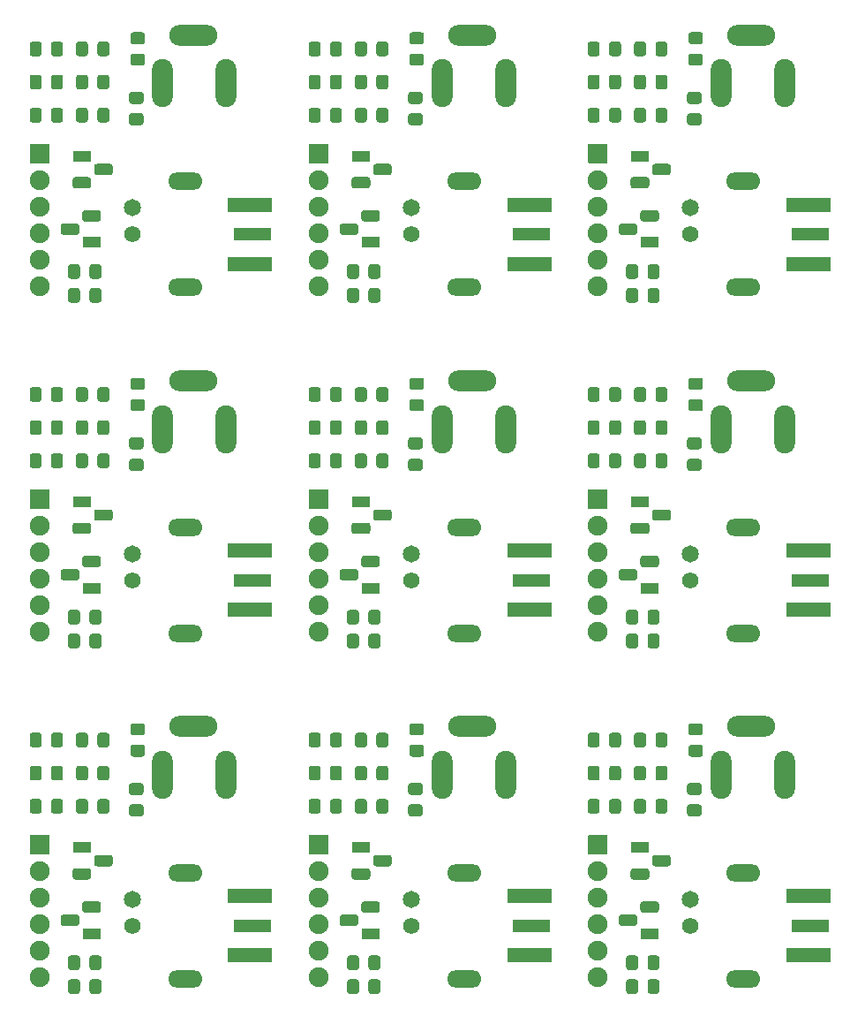
<source format=gts>
%MOIN*%
%OFA0B0*%
%FSLAX46Y46*%
%IPPOS*%
%LPD*%
%ADD10O,0.13X0.065*%
%ADD11C,0.065*%
%ADD12C,0.062*%
%ADD13O,0.07874015748031496X0.18110236220472439*%
%ADD14O,0.18110236220472439X0.07874015748031496*%
%ADD15R,0.070866141732283464X0.043307086614173235*%
%ADD16O,0.074929133858267716X0.074929133858267716*%
%ADD17R,0.16535433070866143X0.053149606299212608*%
%ADD18R,0.14173228346456693X0.05*%
%ADD29O,0.13X0.065*%
%ADD30C,0.065*%
%ADD31C,0.062*%
%ADD32O,0.07874015748031496X0.18110236220472439*%
%ADD33O,0.18110236220472439X0.07874015748031496*%
%ADD34R,0.070866141732283464X0.043307086614173235*%
%ADD35O,0.074929133858267716X0.074929133858267716*%
%ADD36R,0.16535433070866143X0.053149606299212608*%
%ADD37R,0.14173228346456693X0.05*%
%ADD38O,0.13X0.065*%
%ADD39C,0.065*%
%ADD40C,0.062*%
%ADD41O,0.07874015748031496X0.18110236220472439*%
%ADD42O,0.18110236220472439X0.07874015748031496*%
%ADD43R,0.070866141732283464X0.043307086614173235*%
%ADD44O,0.074929133858267716X0.074929133858267716*%
%ADD45R,0.16535433070866143X0.053149606299212608*%
%ADD46R,0.14173228346456693X0.05*%
%ADD47O,0.13X0.065*%
%ADD48C,0.065*%
%ADD49C,0.062*%
%ADD50O,0.07874015748031496X0.18110236220472439*%
%ADD51O,0.18110236220472439X0.07874015748031496*%
%ADD52R,0.070866141732283464X0.043307086614173235*%
%ADD53O,0.074929133858267716X0.074929133858267716*%
%ADD54R,0.16535433070866143X0.053149606299212608*%
%ADD55R,0.14173228346456693X0.05*%
%ADD56O,0.13X0.065*%
%ADD57C,0.065*%
%ADD58C,0.062*%
%ADD59O,0.07874015748031496X0.18110236220472439*%
%ADD60O,0.18110236220472439X0.07874015748031496*%
%ADD61R,0.070866141732283464X0.043307086614173235*%
%ADD62O,0.074929133858267716X0.074929133858267716*%
%ADD63R,0.16535433070866143X0.053149606299212608*%
%ADD64R,0.14173228346456693X0.05*%
%ADD65O,0.13X0.065*%
%ADD66C,0.065*%
%ADD67C,0.062*%
%ADD68O,0.07874015748031496X0.18110236220472439*%
%ADD69O,0.18110236220472439X0.07874015748031496*%
%ADD70R,0.070866141732283464X0.043307086614173235*%
%ADD71O,0.074929133858267716X0.074929133858267716*%
%ADD72R,0.16535433070866143X0.053149606299212608*%
%ADD73R,0.14173228346456693X0.05*%
%ADD74O,0.13X0.065*%
%ADD75C,0.065*%
%ADD76C,0.062*%
%ADD77O,0.07874015748031496X0.18110236220472439*%
%ADD78O,0.18110236220472439X0.07874015748031496*%
%ADD79R,0.070866141732283464X0.043307086614173235*%
%ADD80O,0.074929133858267716X0.074929133858267716*%
%ADD81R,0.16535433070866143X0.053149606299212608*%
%ADD82R,0.14173228346456693X0.05*%
%ADD83O,0.13X0.065*%
%ADD84C,0.065*%
%ADD85C,0.062*%
%ADD86O,0.07874015748031496X0.18110236220472439*%
%ADD87O,0.18110236220472439X0.07874015748031496*%
%ADD88R,0.070866141732283464X0.043307086614173235*%
%ADD89O,0.074929133858267716X0.074929133858267716*%
%ADD90R,0.16535433070866143X0.053149606299212608*%
%ADD91R,0.14173228346456693X0.05*%
%ADD92O,0.13X0.065*%
%ADD93C,0.065*%
%ADD94C,0.062*%
%ADD95O,0.07874015748031496X0.18110236220472439*%
%ADD96O,0.18110236220472439X0.07874015748031496*%
%ADD97R,0.070866141732283464X0.043307086614173235*%
%ADD98O,0.074929133858267716X0.074929133858267716*%
%ADD99R,0.16535433070866143X0.053149606299212608*%
%ADD100R,0.14173228346456693X0.05*%
G01*
D10*
X0002349212Y0000544488D02*
X0000650000Y0000150000D03*
X0000650000Y0000550000D03*
D11*
X0000450000Y0000450000D03*
D12*
X0000450000Y0000350000D03*
G36*
G01*
X0000282283Y0000817716D02*
X0000282283Y0000782283D01*
G75*
G02*
X0000272440Y0000772440I-0000009842D01*
G01*
X0000246850Y0000772440D01*
G75*
G02*
X0000237007Y0000782283J0000009842D01*
G01*
X0000237007Y0000817716D01*
G75*
G02*
X0000246850Y0000827559I0000009842D01*
G01*
X0000272440Y0000827559D01*
G75*
G02*
X0000282283Y0000817716J-0000009842D01*
G01*
G37*
G36*
G01*
X0000362992Y0000817716D02*
X0000362992Y0000782283D01*
G75*
G02*
X0000353149Y0000772440I-0000009842D01*
G01*
X0000327559Y0000772440D01*
G75*
G02*
X0000317716Y0000782283J0000009842D01*
G01*
X0000317716Y0000817716D01*
G75*
G02*
X0000327559Y0000827559I0000009842D01*
G01*
X0000353149Y0000827559D01*
G75*
G02*
X0000362992Y0000817716J-0000009842D01*
G01*
G37*
G36*
G01*
X0000187992Y0000942716D02*
X0000187992Y0000907283D01*
G75*
G02*
X0000178149Y0000897440I-0000009842D01*
G01*
X0000152559Y0000897440D01*
G75*
G02*
X0000142716Y0000907283J0000009842D01*
G01*
X0000142716Y0000942716D01*
G75*
G02*
X0000152559Y0000952559I0000009842D01*
G01*
X0000178149Y0000952559D01*
G75*
G02*
X0000187992Y0000942716J-0000009842D01*
G01*
G37*
G36*
G01*
X0000107283Y0000942716D02*
X0000107283Y0000907283D01*
G75*
G02*
X0000097440Y0000897440I-0000009842D01*
G01*
X0000071850Y0000897440D01*
G75*
G02*
X0000062007Y0000907283J0000009842D01*
G01*
X0000062007Y0000942716D01*
G75*
G02*
X0000071850Y0000952559I0000009842D01*
G01*
X0000097440Y0000952559D01*
G75*
G02*
X0000107283Y0000942716J-0000009842D01*
G01*
G37*
G36*
G01*
X0000252283Y0000227716D02*
X0000252283Y0000192283D01*
G75*
G02*
X0000242440Y0000182440I-0000009842D01*
G01*
X0000216850Y0000182440D01*
G75*
G02*
X0000207007Y0000192283J0000009842D01*
G01*
X0000207007Y0000227716D01*
G75*
G02*
X0000216850Y0000237559I0000009842D01*
G01*
X0000242440Y0000237559D01*
G75*
G02*
X0000252283Y0000227716J-0000009842D01*
G01*
G37*
G36*
G01*
X0000332992Y0000227716D02*
X0000332992Y0000192283D01*
G75*
G02*
X0000323149Y0000182440I-0000009842D01*
G01*
X0000297559Y0000182440D01*
G75*
G02*
X0000287716Y0000192283J0000009842D01*
G01*
X0000287716Y0000227716D01*
G75*
G02*
X0000297559Y0000237559I0000009842D01*
G01*
X0000323149Y0000237559D01*
G75*
G02*
X0000332992Y0000227716J-0000009842D01*
G01*
G37*
G36*
G01*
X0000487716Y0000987007D02*
X0000452283Y0000987007D01*
G75*
G02*
X0000442440Y0000996850J0000009842D01*
G01*
X0000442440Y0001022440D01*
G75*
G02*
X0000452283Y0001032283I0000009842D01*
G01*
X0000487716Y0001032283D01*
G75*
G02*
X0000497559Y0001022440J-0000009842D01*
G01*
X0000497559Y0000996850D01*
G75*
G02*
X0000487716Y0000987007I-0000009842D01*
G01*
G37*
G36*
G01*
X0000487716Y0001067716D02*
X0000452283Y0001067716D01*
G75*
G02*
X0000442440Y0001077559J0000009842D01*
G01*
X0000442440Y0001103149D01*
G75*
G02*
X0000452283Y0001112992I0000009842D01*
G01*
X0000487716Y0001112992D01*
G75*
G02*
X0000497559Y0001103149J-0000009842D01*
G01*
X0000497559Y0001077559D01*
G75*
G02*
X0000487716Y0001067716I-0000009842D01*
G01*
G37*
D13*
X0000805000Y0000920000D03*
X0000564842Y0000920000D03*
D14*
X0000679015Y0001101102D03*
G36*
G01*
X0000316141Y0000616653D02*
X0000365354Y0000616653D01*
G75*
G02*
X0000376181Y0000605826J-0000010826D01*
G01*
X0000376181Y0000584173D01*
G75*
G02*
X0000365354Y0000573346I-0000010826D01*
G01*
X0000316141Y0000573346D01*
G75*
G02*
X0000305314Y0000584173J0000010826D01*
G01*
X0000305314Y0000605826D01*
G75*
G02*
X0000316141Y0000616653I0000010826D01*
G01*
G37*
G36*
G01*
X0000234645Y0000566653D02*
X0000283858Y0000566653D01*
G75*
G02*
X0000294685Y0000555826J-0000010826D01*
G01*
X0000294685Y0000534173D01*
G75*
G02*
X0000283858Y0000523346I-0000010826D01*
G01*
X0000234645Y0000523346D01*
G75*
G02*
X0000223818Y0000534173J0000010826D01*
G01*
X0000223818Y0000555826D01*
G75*
G02*
X0000234645Y0000566653I0000010826D01*
G01*
G37*
D15*
X0000259251Y0000645000D03*
X0000295748Y0000320000D03*
G36*
G01*
X0000320354Y0000398346D02*
X0000271141Y0000398346D01*
G75*
G02*
X0000260314Y0000409173J0000010826D01*
G01*
X0000260314Y0000430826D01*
G75*
G02*
X0000271141Y0000441653I0000010826D01*
G01*
X0000320354Y0000441653D01*
G75*
G02*
X0000331181Y0000430826J-0000010826D01*
G01*
X0000331181Y0000409173D01*
G75*
G02*
X0000320354Y0000398346I-0000010826D01*
G01*
G37*
G36*
G01*
X0000238858Y0000348346D02*
X0000189645Y0000348346D01*
G75*
G02*
X0000178818Y0000359173J0000010826D01*
G01*
X0000178818Y0000380826D01*
G75*
G02*
X0000189645Y0000391653I0000010826D01*
G01*
X0000238858Y0000391653D01*
G75*
G02*
X0000249685Y0000380826J-0000010826D01*
G01*
X0000249685Y0000359173D01*
G75*
G02*
X0000238858Y0000348346I-0000010826D01*
G01*
G37*
G36*
G01*
X0000317716Y0001032283D02*
X0000317716Y0001067716D01*
G75*
G02*
X0000327559Y0001077559I0000009842D01*
G01*
X0000353149Y0001077559D01*
G75*
G02*
X0000362992Y0001067716J-0000009842D01*
G01*
X0000362992Y0001032283D01*
G75*
G02*
X0000353149Y0001022440I-0000009842D01*
G01*
X0000327559Y0001022440D01*
G75*
G02*
X0000317716Y0001032283J0000009842D01*
G01*
G37*
G36*
G01*
X0000237007Y0001032283D02*
X0000237007Y0001067716D01*
G75*
G02*
X0000246850Y0001077559I0000009842D01*
G01*
X0000272440Y0001077559D01*
G75*
G02*
X0000282283Y0001067716J-0000009842D01*
G01*
X0000282283Y0001032283D01*
G75*
G02*
X0000272440Y0001022440I-0000009842D01*
G01*
X0000246850Y0001022440D01*
G75*
G02*
X0000237007Y0001032283J0000009842D01*
G01*
G37*
G36*
G01*
X0000062007Y0001032283D02*
X0000062007Y0001067716D01*
G75*
G02*
X0000071850Y0001077559I0000009842D01*
G01*
X0000097440Y0001077559D01*
G75*
G02*
X0000107283Y0001067716J-0000009842D01*
G01*
X0000107283Y0001032283D01*
G75*
G02*
X0000097440Y0001022440I-0000009842D01*
G01*
X0000071850Y0001022440D01*
G75*
G02*
X0000062007Y0001032283J0000009842D01*
G01*
G37*
G36*
G01*
X0000142716Y0001032283D02*
X0000142716Y0001067716D01*
G75*
G02*
X0000152559Y0001077559I0000009842D01*
G01*
X0000178149Y0001077559D01*
G75*
G02*
X0000187992Y0001067716J-0000009842D01*
G01*
X0000187992Y0001032283D01*
G75*
G02*
X0000178149Y0001022440I-0000009842D01*
G01*
X0000152559Y0001022440D01*
G75*
G02*
X0000142716Y0001032283J0000009842D01*
G01*
G37*
G36*
G01*
X0000062007Y0000782283D02*
X0000062007Y0000817716D01*
G75*
G02*
X0000071850Y0000827559I0000009842D01*
G01*
X0000097440Y0000827559D01*
G75*
G02*
X0000107283Y0000817716J-0000009842D01*
G01*
X0000107283Y0000782283D01*
G75*
G02*
X0000097440Y0000772440I-0000009842D01*
G01*
X0000071850Y0000772440D01*
G75*
G02*
X0000062007Y0000782283J0000009842D01*
G01*
G37*
G36*
G01*
X0000142716Y0000782283D02*
X0000142716Y0000817716D01*
G75*
G02*
X0000152559Y0000827559I0000009842D01*
G01*
X0000178149Y0000827559D01*
G75*
G02*
X0000187992Y0000817716J-0000009842D01*
G01*
X0000187992Y0000782283D01*
G75*
G02*
X0000178149Y0000772440I-0000009842D01*
G01*
X0000152559Y0000772440D01*
G75*
G02*
X0000142716Y0000782283J0000009842D01*
G01*
G37*
G36*
G01*
X0000282283Y0000942716D02*
X0000282283Y0000907283D01*
G75*
G02*
X0000272440Y0000897440I-0000009842D01*
G01*
X0000246850Y0000897440D01*
G75*
G02*
X0000237007Y0000907283J0000009842D01*
G01*
X0000237007Y0000942716D01*
G75*
G02*
X0000246850Y0000952559I0000009842D01*
G01*
X0000272440Y0000952559D01*
G75*
G02*
X0000282283Y0000942716J-0000009842D01*
G01*
G37*
G36*
G01*
X0000362992Y0000942716D02*
X0000362992Y0000907283D01*
G75*
G02*
X0000353149Y0000897440I-0000009842D01*
G01*
X0000327559Y0000897440D01*
G75*
G02*
X0000317716Y0000907283J0000009842D01*
G01*
X0000317716Y0000942716D01*
G75*
G02*
X0000327559Y0000952559I0000009842D01*
G01*
X0000353149Y0000952559D01*
G75*
G02*
X0000362992Y0000942716J-0000009842D01*
G01*
G37*
G36*
G01*
X0000252283Y0000137716D02*
X0000252283Y0000102283D01*
G75*
G02*
X0000242440Y0000092440I-0000009842D01*
G01*
X0000216850Y0000092440D01*
G75*
G02*
X0000207007Y0000102283J0000009842D01*
G01*
X0000207007Y0000137716D01*
G75*
G02*
X0000216850Y0000147559I0000009842D01*
G01*
X0000242440Y0000147559D01*
G75*
G02*
X0000252283Y0000137716J-0000009842D01*
G01*
G37*
G36*
G01*
X0000332992Y0000137716D02*
X0000332992Y0000102283D01*
G75*
G02*
X0000323149Y0000092440I-0000009842D01*
G01*
X0000297559Y0000092440D01*
G75*
G02*
X0000287716Y0000102283J0000009842D01*
G01*
X0000287716Y0000137716D01*
G75*
G02*
X0000297559Y0000147559I0000009842D01*
G01*
X0000323149Y0000147559D01*
G75*
G02*
X0000332992Y0000137716J-0000009842D01*
G01*
G37*
G36*
G01*
X0000482716Y0000762007D02*
X0000447283Y0000762007D01*
G75*
G02*
X0000437440Y0000771850J0000009842D01*
G01*
X0000437440Y0000797440D01*
G75*
G02*
X0000447283Y0000807283I0000009842D01*
G01*
X0000482716Y0000807283D01*
G75*
G02*
X0000492559Y0000797440J-0000009842D01*
G01*
X0000492559Y0000771850D01*
G75*
G02*
X0000482716Y0000762007I-0000009842D01*
G01*
G37*
G36*
G01*
X0000482716Y0000842716D02*
X0000447283Y0000842716D01*
G75*
G02*
X0000437440Y0000852559J0000009842D01*
G01*
X0000437440Y0000878149D01*
G75*
G02*
X0000447283Y0000887992I0000009842D01*
G01*
X0000482716Y0000887992D01*
G75*
G02*
X0000492559Y0000878149J-0000009842D01*
G01*
X0000492559Y0000852559D01*
G75*
G02*
X0000482716Y0000842716I-0000009842D01*
G01*
G37*
G36*
G01*
X0000062535Y0000621535D02*
X0000062535Y0000688464D01*
G75*
G02*
X0000066535Y0000692464I0000004000D01*
G01*
X0000133464Y0000692464D01*
G75*
G02*
X0000137464Y0000688464J-0000004000D01*
G01*
X0000137464Y0000621535D01*
G75*
G02*
X0000133464Y0000617535I-0000004000D01*
G01*
X0000066535Y0000617535D01*
G75*
G02*
X0000062535Y0000621535J0000004000D01*
G01*
G37*
D16*
X0000099999Y0000555000D03*
X0000099999Y0000455000D03*
X0000099999Y0000355000D03*
X0000099999Y0000255000D03*
X0000099999Y0000154999D03*
D17*
X0000895000Y0000238779D03*
X0000895000Y0000461220D03*
D18*
X0000902874Y0000350000D03*
G04 next file*
G04 #@! TF.GenerationSoftware,KiCad,Pcbnew,(5.1.10)-1*
G04 #@! TF.CreationDate,2021-09-19T13:10:19-04:00*
G04 #@! TF.ProjectId,CP-OSC,43502d4f-5343-42e6-9b69-6361645f7063,1*
G04 #@! TF.SameCoordinates,PX8c7ecc0PY46649b0*
G04 #@! TF.FileFunction,Soldermask,Top*
G04 #@! TF.FilePolarity,Negative*
G04 Gerber Fmt 4.6, Leading zero omitted, Abs format (unit mm)*
G04 Created by KiCad (PCBNEW (5.1.10)-1) date 2021-09-19 13:10:19*
G01*
G04 APERTURE LIST*
G04 APERTURE END LIST*
D29*
X0002349212Y0001848228D02*
X0000650000Y0001453740D03*
X0000650000Y0001853740D03*
D30*
X0000450000Y0001753740D03*
D31*
X0000450000Y0001653740D03*
G36*
G01*
X0000282283Y0002121456D02*
X0000282283Y0002086023D01*
G75*
G02*
X0000272440Y0002076181I-0000009842D01*
G01*
X0000246850Y0002076181D01*
G75*
G02*
X0000237007Y0002086023J0000009842D01*
G01*
X0000237007Y0002121456D01*
G75*
G02*
X0000246850Y0002131299I0000009842D01*
G01*
X0000272440Y0002131299D01*
G75*
G02*
X0000282283Y0002121456J-0000009842D01*
G01*
G37*
G36*
G01*
X0000362992Y0002121456D02*
X0000362992Y0002086023D01*
G75*
G02*
X0000353149Y0002076181I-0000009842D01*
G01*
X0000327559Y0002076181D01*
G75*
G02*
X0000317716Y0002086023J0000009842D01*
G01*
X0000317716Y0002121456D01*
G75*
G02*
X0000327559Y0002131299I0000009842D01*
G01*
X0000353149Y0002131299D01*
G75*
G02*
X0000362992Y0002121456J-0000009842D01*
G01*
G37*
G36*
G01*
X0000187992Y0002246456D02*
X0000187992Y0002211023D01*
G75*
G02*
X0000178149Y0002201181I-0000009842D01*
G01*
X0000152559Y0002201181D01*
G75*
G02*
X0000142716Y0002211023J0000009842D01*
G01*
X0000142716Y0002246456D01*
G75*
G02*
X0000152559Y0002256299I0000009842D01*
G01*
X0000178149Y0002256299D01*
G75*
G02*
X0000187992Y0002246456J-0000009842D01*
G01*
G37*
G36*
G01*
X0000107283Y0002246456D02*
X0000107283Y0002211023D01*
G75*
G02*
X0000097440Y0002201181I-0000009842D01*
G01*
X0000071850Y0002201181D01*
G75*
G02*
X0000062007Y0002211023J0000009842D01*
G01*
X0000062007Y0002246456D01*
G75*
G02*
X0000071850Y0002256299I0000009842D01*
G01*
X0000097440Y0002256299D01*
G75*
G02*
X0000107283Y0002246456J-0000009842D01*
G01*
G37*
G36*
G01*
X0000252283Y0001531456D02*
X0000252283Y0001496023D01*
G75*
G02*
X0000242440Y0001486181I-0000009842D01*
G01*
X0000216850Y0001486181D01*
G75*
G02*
X0000207007Y0001496023J0000009842D01*
G01*
X0000207007Y0001531456D01*
G75*
G02*
X0000216850Y0001541299I0000009842D01*
G01*
X0000242440Y0001541299D01*
G75*
G02*
X0000252283Y0001531456J-0000009842D01*
G01*
G37*
G36*
G01*
X0000332992Y0001531456D02*
X0000332992Y0001496023D01*
G75*
G02*
X0000323149Y0001486181I-0000009842D01*
G01*
X0000297559Y0001486181D01*
G75*
G02*
X0000287716Y0001496023J0000009842D01*
G01*
X0000287716Y0001531456D01*
G75*
G02*
X0000297559Y0001541299I0000009842D01*
G01*
X0000323149Y0001541299D01*
G75*
G02*
X0000332992Y0001531456J-0000009842D01*
G01*
G37*
G36*
G01*
X0000487716Y0002290748D02*
X0000452283Y0002290748D01*
G75*
G02*
X0000442440Y0002300590J0000009842D01*
G01*
X0000442440Y0002326181D01*
G75*
G02*
X0000452283Y0002336023I0000009842D01*
G01*
X0000487716Y0002336023D01*
G75*
G02*
X0000497559Y0002326181J-0000009842D01*
G01*
X0000497559Y0002300590D01*
G75*
G02*
X0000487716Y0002290748I-0000009842D01*
G01*
G37*
G36*
G01*
X0000487716Y0002371456D02*
X0000452283Y0002371456D01*
G75*
G02*
X0000442440Y0002381299J0000009842D01*
G01*
X0000442440Y0002406889D01*
G75*
G02*
X0000452283Y0002416732I0000009842D01*
G01*
X0000487716Y0002416732D01*
G75*
G02*
X0000497559Y0002406889J-0000009842D01*
G01*
X0000497559Y0002381299D01*
G75*
G02*
X0000487716Y0002371456I-0000009842D01*
G01*
G37*
D32*
X0000805000Y0002223740D03*
X0000564842Y0002223740D03*
D33*
X0000679015Y0002404842D03*
G36*
G01*
X0000316141Y0001920393D02*
X0000365354Y0001920393D01*
G75*
G02*
X0000376181Y0001909566J-0000010826D01*
G01*
X0000376181Y0001887913D01*
G75*
G02*
X0000365354Y0001877086I-0000010826D01*
G01*
X0000316141Y0001877086D01*
G75*
G02*
X0000305314Y0001887913J0000010826D01*
G01*
X0000305314Y0001909566D01*
G75*
G02*
X0000316141Y0001920393I0000010826D01*
G01*
G37*
G36*
G01*
X0000234645Y0001870393D02*
X0000283858Y0001870393D01*
G75*
G02*
X0000294685Y0001859566J-0000010826D01*
G01*
X0000294685Y0001837913D01*
G75*
G02*
X0000283858Y0001827086I-0000010826D01*
G01*
X0000234645Y0001827086D01*
G75*
G02*
X0000223818Y0001837913J0000010826D01*
G01*
X0000223818Y0001859566D01*
G75*
G02*
X0000234645Y0001870393I0000010826D01*
G01*
G37*
D34*
X0000259251Y0001948740D03*
X0000295748Y0001623740D03*
G36*
G01*
X0000320354Y0001702086D02*
X0000271141Y0001702086D01*
G75*
G02*
X0000260314Y0001712913J0000010826D01*
G01*
X0000260314Y0001734566D01*
G75*
G02*
X0000271141Y0001745393I0000010826D01*
G01*
X0000320354Y0001745393D01*
G75*
G02*
X0000331181Y0001734566J-0000010826D01*
G01*
X0000331181Y0001712913D01*
G75*
G02*
X0000320354Y0001702086I-0000010826D01*
G01*
G37*
G36*
G01*
X0000238858Y0001652086D02*
X0000189645Y0001652086D01*
G75*
G02*
X0000178818Y0001662913J0000010826D01*
G01*
X0000178818Y0001684566D01*
G75*
G02*
X0000189645Y0001695393I0000010826D01*
G01*
X0000238858Y0001695393D01*
G75*
G02*
X0000249685Y0001684566J-0000010826D01*
G01*
X0000249685Y0001662913D01*
G75*
G02*
X0000238858Y0001652086I-0000010826D01*
G01*
G37*
G36*
G01*
X0000317716Y0002336023D02*
X0000317716Y0002371456D01*
G75*
G02*
X0000327559Y0002381299I0000009842D01*
G01*
X0000353149Y0002381299D01*
G75*
G02*
X0000362992Y0002371456J-0000009842D01*
G01*
X0000362992Y0002336023D01*
G75*
G02*
X0000353149Y0002326181I-0000009842D01*
G01*
X0000327559Y0002326181D01*
G75*
G02*
X0000317716Y0002336023J0000009842D01*
G01*
G37*
G36*
G01*
X0000237007Y0002336023D02*
X0000237007Y0002371456D01*
G75*
G02*
X0000246850Y0002381299I0000009842D01*
G01*
X0000272440Y0002381299D01*
G75*
G02*
X0000282283Y0002371456J-0000009842D01*
G01*
X0000282283Y0002336023D01*
G75*
G02*
X0000272440Y0002326181I-0000009842D01*
G01*
X0000246850Y0002326181D01*
G75*
G02*
X0000237007Y0002336023J0000009842D01*
G01*
G37*
G36*
G01*
X0000062007Y0002336023D02*
X0000062007Y0002371456D01*
G75*
G02*
X0000071850Y0002381299I0000009842D01*
G01*
X0000097440Y0002381299D01*
G75*
G02*
X0000107283Y0002371456J-0000009842D01*
G01*
X0000107283Y0002336023D01*
G75*
G02*
X0000097440Y0002326181I-0000009842D01*
G01*
X0000071850Y0002326181D01*
G75*
G02*
X0000062007Y0002336023J0000009842D01*
G01*
G37*
G36*
G01*
X0000142716Y0002336023D02*
X0000142716Y0002371456D01*
G75*
G02*
X0000152559Y0002381299I0000009842D01*
G01*
X0000178149Y0002381299D01*
G75*
G02*
X0000187992Y0002371456J-0000009842D01*
G01*
X0000187992Y0002336023D01*
G75*
G02*
X0000178149Y0002326181I-0000009842D01*
G01*
X0000152559Y0002326181D01*
G75*
G02*
X0000142716Y0002336023J0000009842D01*
G01*
G37*
G36*
G01*
X0000062007Y0002086023D02*
X0000062007Y0002121456D01*
G75*
G02*
X0000071850Y0002131299I0000009842D01*
G01*
X0000097440Y0002131299D01*
G75*
G02*
X0000107283Y0002121456J-0000009842D01*
G01*
X0000107283Y0002086023D01*
G75*
G02*
X0000097440Y0002076181I-0000009842D01*
G01*
X0000071850Y0002076181D01*
G75*
G02*
X0000062007Y0002086023J0000009842D01*
G01*
G37*
G36*
G01*
X0000142716Y0002086023D02*
X0000142716Y0002121456D01*
G75*
G02*
X0000152559Y0002131299I0000009842D01*
G01*
X0000178149Y0002131299D01*
G75*
G02*
X0000187992Y0002121456J-0000009842D01*
G01*
X0000187992Y0002086023D01*
G75*
G02*
X0000178149Y0002076181I-0000009842D01*
G01*
X0000152559Y0002076181D01*
G75*
G02*
X0000142716Y0002086023J0000009842D01*
G01*
G37*
G36*
G01*
X0000282283Y0002246456D02*
X0000282283Y0002211023D01*
G75*
G02*
X0000272440Y0002201181I-0000009842D01*
G01*
X0000246850Y0002201181D01*
G75*
G02*
X0000237007Y0002211023J0000009842D01*
G01*
X0000237007Y0002246456D01*
G75*
G02*
X0000246850Y0002256299I0000009842D01*
G01*
X0000272440Y0002256299D01*
G75*
G02*
X0000282283Y0002246456J-0000009842D01*
G01*
G37*
G36*
G01*
X0000362992Y0002246456D02*
X0000362992Y0002211023D01*
G75*
G02*
X0000353149Y0002201181I-0000009842D01*
G01*
X0000327559Y0002201181D01*
G75*
G02*
X0000317716Y0002211023J0000009842D01*
G01*
X0000317716Y0002246456D01*
G75*
G02*
X0000327559Y0002256299I0000009842D01*
G01*
X0000353149Y0002256299D01*
G75*
G02*
X0000362992Y0002246456J-0000009842D01*
G01*
G37*
G36*
G01*
X0000252283Y0001441456D02*
X0000252283Y0001406023D01*
G75*
G02*
X0000242440Y0001396181I-0000009842D01*
G01*
X0000216850Y0001396181D01*
G75*
G02*
X0000207007Y0001406023J0000009842D01*
G01*
X0000207007Y0001441456D01*
G75*
G02*
X0000216850Y0001451299I0000009842D01*
G01*
X0000242440Y0001451299D01*
G75*
G02*
X0000252283Y0001441456J-0000009842D01*
G01*
G37*
G36*
G01*
X0000332992Y0001441456D02*
X0000332992Y0001406023D01*
G75*
G02*
X0000323149Y0001396181I-0000009842D01*
G01*
X0000297559Y0001396181D01*
G75*
G02*
X0000287716Y0001406023J0000009842D01*
G01*
X0000287716Y0001441456D01*
G75*
G02*
X0000297559Y0001451299I0000009842D01*
G01*
X0000323149Y0001451299D01*
G75*
G02*
X0000332992Y0001441456J-0000009842D01*
G01*
G37*
G36*
G01*
X0000482716Y0002065748D02*
X0000447283Y0002065748D01*
G75*
G02*
X0000437440Y0002075590J0000009842D01*
G01*
X0000437440Y0002101181D01*
G75*
G02*
X0000447283Y0002111023I0000009842D01*
G01*
X0000482716Y0002111023D01*
G75*
G02*
X0000492559Y0002101181J-0000009842D01*
G01*
X0000492559Y0002075590D01*
G75*
G02*
X0000482716Y0002065748I-0000009842D01*
G01*
G37*
G36*
G01*
X0000482716Y0002146456D02*
X0000447283Y0002146456D01*
G75*
G02*
X0000437440Y0002156299J0000009842D01*
G01*
X0000437440Y0002181889D01*
G75*
G02*
X0000447283Y0002191732I0000009842D01*
G01*
X0000482716Y0002191732D01*
G75*
G02*
X0000492559Y0002181889J-0000009842D01*
G01*
X0000492559Y0002156299D01*
G75*
G02*
X0000482716Y0002146456I-0000009842D01*
G01*
G37*
G36*
G01*
X0000062535Y0001925275D02*
X0000062535Y0001992204D01*
G75*
G02*
X0000066535Y0001996204I0000004000D01*
G01*
X0000133464Y0001996204D01*
G75*
G02*
X0000137464Y0001992204J-0000004000D01*
G01*
X0000137464Y0001925275D01*
G75*
G02*
X0000133464Y0001921275I-0000004000D01*
G01*
X0000066535Y0001921275D01*
G75*
G02*
X0000062535Y0001925275J0000004000D01*
G01*
G37*
D35*
X0000099999Y0001858740D03*
X0000099999Y0001758740D03*
X0000099999Y0001658740D03*
X0000099999Y0001558740D03*
X0000099999Y0001458740D03*
D36*
X0000895000Y0001542519D03*
X0000895000Y0001764960D03*
D37*
X0000902874Y0001653740D03*
G04 next file*
G04 #@! TF.GenerationSoftware,KiCad,Pcbnew,(5.1.10)-1*
G04 #@! TF.CreationDate,2021-09-19T13:10:19-04:00*
G04 #@! TF.ProjectId,CP-OSC,43502d4f-5343-42e6-9b69-6361645f7063,1*
G04 #@! TF.SameCoordinates,PX8c7ecc0PY46649b0*
G04 #@! TF.FileFunction,Soldermask,Top*
G04 #@! TF.FilePolarity,Negative*
G04 Gerber Fmt 4.6, Leading zero omitted, Abs format (unit mm)*
G04 Created by KiCad (PCBNEW (5.1.10)-1) date 2021-09-19 13:10:19*
G01*
G04 APERTURE LIST*
G04 APERTURE END LIST*
D38*
X0002349212Y0003151968D02*
X0000650000Y0002757480D03*
X0000650000Y0003157480D03*
D39*
X0000450000Y0003057480D03*
D40*
X0000450000Y0002957480D03*
G36*
G01*
X0000282283Y0003425196D02*
X0000282283Y0003389763D01*
G75*
G02*
X0000272440Y0003379921I-0000009842D01*
G01*
X0000246850Y0003379921D01*
G75*
G02*
X0000237007Y0003389763J0000009842D01*
G01*
X0000237007Y0003425196D01*
G75*
G02*
X0000246850Y0003435039I0000009842D01*
G01*
X0000272440Y0003435039D01*
G75*
G02*
X0000282283Y0003425196J-0000009842D01*
G01*
G37*
G36*
G01*
X0000362992Y0003425196D02*
X0000362992Y0003389763D01*
G75*
G02*
X0000353149Y0003379921I-0000009842D01*
G01*
X0000327559Y0003379921D01*
G75*
G02*
X0000317716Y0003389763J0000009842D01*
G01*
X0000317716Y0003425196D01*
G75*
G02*
X0000327559Y0003435039I0000009842D01*
G01*
X0000353149Y0003435039D01*
G75*
G02*
X0000362992Y0003425196J-0000009842D01*
G01*
G37*
G36*
G01*
X0000187992Y0003550196D02*
X0000187992Y0003514763D01*
G75*
G02*
X0000178149Y0003504921I-0000009842D01*
G01*
X0000152559Y0003504921D01*
G75*
G02*
X0000142716Y0003514763J0000009842D01*
G01*
X0000142716Y0003550196D01*
G75*
G02*
X0000152559Y0003560039I0000009842D01*
G01*
X0000178149Y0003560039D01*
G75*
G02*
X0000187992Y0003550196J-0000009842D01*
G01*
G37*
G36*
G01*
X0000107283Y0003550196D02*
X0000107283Y0003514763D01*
G75*
G02*
X0000097440Y0003504921I-0000009842D01*
G01*
X0000071850Y0003504921D01*
G75*
G02*
X0000062007Y0003514763J0000009842D01*
G01*
X0000062007Y0003550196D01*
G75*
G02*
X0000071850Y0003560039I0000009842D01*
G01*
X0000097440Y0003560039D01*
G75*
G02*
X0000107283Y0003550196J-0000009842D01*
G01*
G37*
G36*
G01*
X0000252283Y0002835196D02*
X0000252283Y0002799763D01*
G75*
G02*
X0000242440Y0002789921I-0000009842D01*
G01*
X0000216850Y0002789921D01*
G75*
G02*
X0000207007Y0002799763J0000009842D01*
G01*
X0000207007Y0002835196D01*
G75*
G02*
X0000216850Y0002845039I0000009842D01*
G01*
X0000242440Y0002845039D01*
G75*
G02*
X0000252283Y0002835196J-0000009842D01*
G01*
G37*
G36*
G01*
X0000332992Y0002835196D02*
X0000332992Y0002799763D01*
G75*
G02*
X0000323149Y0002789921I-0000009842D01*
G01*
X0000297559Y0002789921D01*
G75*
G02*
X0000287716Y0002799763J0000009842D01*
G01*
X0000287716Y0002835196D01*
G75*
G02*
X0000297559Y0002845039I0000009842D01*
G01*
X0000323149Y0002845039D01*
G75*
G02*
X0000332992Y0002835196J-0000009842D01*
G01*
G37*
G36*
G01*
X0000487716Y0003594488D02*
X0000452283Y0003594488D01*
G75*
G02*
X0000442440Y0003604330J0000009842D01*
G01*
X0000442440Y0003629921D01*
G75*
G02*
X0000452283Y0003639763I0000009842D01*
G01*
X0000487716Y0003639763D01*
G75*
G02*
X0000497559Y0003629921J-0000009842D01*
G01*
X0000497559Y0003604330D01*
G75*
G02*
X0000487716Y0003594488I-0000009842D01*
G01*
G37*
G36*
G01*
X0000487716Y0003675196D02*
X0000452283Y0003675196D01*
G75*
G02*
X0000442440Y0003685039J0000009842D01*
G01*
X0000442440Y0003710629D01*
G75*
G02*
X0000452283Y0003720472I0000009842D01*
G01*
X0000487716Y0003720472D01*
G75*
G02*
X0000497559Y0003710629J-0000009842D01*
G01*
X0000497559Y0003685039D01*
G75*
G02*
X0000487716Y0003675196I-0000009842D01*
G01*
G37*
D41*
X0000805000Y0003527480D03*
X0000564842Y0003527480D03*
D42*
X0000679015Y0003708582D03*
G36*
G01*
X0000316141Y0003224133D02*
X0000365354Y0003224133D01*
G75*
G02*
X0000376181Y0003213307J-0000010826D01*
G01*
X0000376181Y0003191653D01*
G75*
G02*
X0000365354Y0003180826I-0000010826D01*
G01*
X0000316141Y0003180826D01*
G75*
G02*
X0000305314Y0003191653J0000010826D01*
G01*
X0000305314Y0003213307D01*
G75*
G02*
X0000316141Y0003224133I0000010826D01*
G01*
G37*
G36*
G01*
X0000234645Y0003174133D02*
X0000283858Y0003174133D01*
G75*
G02*
X0000294685Y0003163307J-0000010826D01*
G01*
X0000294685Y0003141653D01*
G75*
G02*
X0000283858Y0003130826I-0000010826D01*
G01*
X0000234645Y0003130826D01*
G75*
G02*
X0000223818Y0003141653J0000010826D01*
G01*
X0000223818Y0003163307D01*
G75*
G02*
X0000234645Y0003174133I0000010826D01*
G01*
G37*
D43*
X0000259251Y0003252480D03*
X0000295748Y0002927480D03*
G36*
G01*
X0000320354Y0003005826D02*
X0000271141Y0003005826D01*
G75*
G02*
X0000260314Y0003016653J0000010826D01*
G01*
X0000260314Y0003038307D01*
G75*
G02*
X0000271141Y0003049133I0000010826D01*
G01*
X0000320354Y0003049133D01*
G75*
G02*
X0000331181Y0003038307J-0000010826D01*
G01*
X0000331181Y0003016653D01*
G75*
G02*
X0000320354Y0003005826I-0000010826D01*
G01*
G37*
G36*
G01*
X0000238858Y0002955826D02*
X0000189645Y0002955826D01*
G75*
G02*
X0000178818Y0002966653J0000010826D01*
G01*
X0000178818Y0002988307D01*
G75*
G02*
X0000189645Y0002999133I0000010826D01*
G01*
X0000238858Y0002999133D01*
G75*
G02*
X0000249685Y0002988307J-0000010826D01*
G01*
X0000249685Y0002966653D01*
G75*
G02*
X0000238858Y0002955826I-0000010826D01*
G01*
G37*
G36*
G01*
X0000317716Y0003639763D02*
X0000317716Y0003675196D01*
G75*
G02*
X0000327559Y0003685039I0000009842D01*
G01*
X0000353149Y0003685039D01*
G75*
G02*
X0000362992Y0003675196J-0000009842D01*
G01*
X0000362992Y0003639763D01*
G75*
G02*
X0000353149Y0003629921I-0000009842D01*
G01*
X0000327559Y0003629921D01*
G75*
G02*
X0000317716Y0003639763J0000009842D01*
G01*
G37*
G36*
G01*
X0000237007Y0003639763D02*
X0000237007Y0003675196D01*
G75*
G02*
X0000246850Y0003685039I0000009842D01*
G01*
X0000272440Y0003685039D01*
G75*
G02*
X0000282283Y0003675196J-0000009842D01*
G01*
X0000282283Y0003639763D01*
G75*
G02*
X0000272440Y0003629921I-0000009842D01*
G01*
X0000246850Y0003629921D01*
G75*
G02*
X0000237007Y0003639763J0000009842D01*
G01*
G37*
G36*
G01*
X0000062007Y0003639763D02*
X0000062007Y0003675196D01*
G75*
G02*
X0000071850Y0003685039I0000009842D01*
G01*
X0000097440Y0003685039D01*
G75*
G02*
X0000107283Y0003675196J-0000009842D01*
G01*
X0000107283Y0003639763D01*
G75*
G02*
X0000097440Y0003629921I-0000009842D01*
G01*
X0000071850Y0003629921D01*
G75*
G02*
X0000062007Y0003639763J0000009842D01*
G01*
G37*
G36*
G01*
X0000142716Y0003639763D02*
X0000142716Y0003675196D01*
G75*
G02*
X0000152559Y0003685039I0000009842D01*
G01*
X0000178149Y0003685039D01*
G75*
G02*
X0000187992Y0003675196J-0000009842D01*
G01*
X0000187992Y0003639763D01*
G75*
G02*
X0000178149Y0003629921I-0000009842D01*
G01*
X0000152559Y0003629921D01*
G75*
G02*
X0000142716Y0003639763J0000009842D01*
G01*
G37*
G36*
G01*
X0000062007Y0003389763D02*
X0000062007Y0003425196D01*
G75*
G02*
X0000071850Y0003435039I0000009842D01*
G01*
X0000097440Y0003435039D01*
G75*
G02*
X0000107283Y0003425196J-0000009842D01*
G01*
X0000107283Y0003389763D01*
G75*
G02*
X0000097440Y0003379921I-0000009842D01*
G01*
X0000071850Y0003379921D01*
G75*
G02*
X0000062007Y0003389763J0000009842D01*
G01*
G37*
G36*
G01*
X0000142716Y0003389763D02*
X0000142716Y0003425196D01*
G75*
G02*
X0000152559Y0003435039I0000009842D01*
G01*
X0000178149Y0003435039D01*
G75*
G02*
X0000187992Y0003425196J-0000009842D01*
G01*
X0000187992Y0003389763D01*
G75*
G02*
X0000178149Y0003379921I-0000009842D01*
G01*
X0000152559Y0003379921D01*
G75*
G02*
X0000142716Y0003389763J0000009842D01*
G01*
G37*
G36*
G01*
X0000282283Y0003550196D02*
X0000282283Y0003514763D01*
G75*
G02*
X0000272440Y0003504921I-0000009842D01*
G01*
X0000246850Y0003504921D01*
G75*
G02*
X0000237007Y0003514763J0000009842D01*
G01*
X0000237007Y0003550196D01*
G75*
G02*
X0000246850Y0003560039I0000009842D01*
G01*
X0000272440Y0003560039D01*
G75*
G02*
X0000282283Y0003550196J-0000009842D01*
G01*
G37*
G36*
G01*
X0000362992Y0003550196D02*
X0000362992Y0003514763D01*
G75*
G02*
X0000353149Y0003504921I-0000009842D01*
G01*
X0000327559Y0003504921D01*
G75*
G02*
X0000317716Y0003514763J0000009842D01*
G01*
X0000317716Y0003550196D01*
G75*
G02*
X0000327559Y0003560039I0000009842D01*
G01*
X0000353149Y0003560039D01*
G75*
G02*
X0000362992Y0003550196J-0000009842D01*
G01*
G37*
G36*
G01*
X0000252283Y0002745196D02*
X0000252283Y0002709763D01*
G75*
G02*
X0000242440Y0002699921I-0000009842D01*
G01*
X0000216850Y0002699921D01*
G75*
G02*
X0000207007Y0002709763J0000009842D01*
G01*
X0000207007Y0002745196D01*
G75*
G02*
X0000216850Y0002755039I0000009842D01*
G01*
X0000242440Y0002755039D01*
G75*
G02*
X0000252283Y0002745196J-0000009842D01*
G01*
G37*
G36*
G01*
X0000332992Y0002745196D02*
X0000332992Y0002709763D01*
G75*
G02*
X0000323149Y0002699921I-0000009842D01*
G01*
X0000297559Y0002699921D01*
G75*
G02*
X0000287716Y0002709763J0000009842D01*
G01*
X0000287716Y0002745196D01*
G75*
G02*
X0000297559Y0002755039I0000009842D01*
G01*
X0000323149Y0002755039D01*
G75*
G02*
X0000332992Y0002745196J-0000009842D01*
G01*
G37*
G36*
G01*
X0000482716Y0003369488D02*
X0000447283Y0003369488D01*
G75*
G02*
X0000437440Y0003379330J0000009842D01*
G01*
X0000437440Y0003404921D01*
G75*
G02*
X0000447283Y0003414763I0000009842D01*
G01*
X0000482716Y0003414763D01*
G75*
G02*
X0000492559Y0003404921J-0000009842D01*
G01*
X0000492559Y0003379330D01*
G75*
G02*
X0000482716Y0003369488I-0000009842D01*
G01*
G37*
G36*
G01*
X0000482716Y0003450196D02*
X0000447283Y0003450196D01*
G75*
G02*
X0000437440Y0003460039J0000009842D01*
G01*
X0000437440Y0003485629D01*
G75*
G02*
X0000447283Y0003495472I0000009842D01*
G01*
X0000482716Y0003495472D01*
G75*
G02*
X0000492559Y0003485629J-0000009842D01*
G01*
X0000492559Y0003460039D01*
G75*
G02*
X0000482716Y0003450196I-0000009842D01*
G01*
G37*
G36*
G01*
X0000062535Y0003229015D02*
X0000062535Y0003295944D01*
G75*
G02*
X0000066535Y0003299944I0000004000D01*
G01*
X0000133464Y0003299944D01*
G75*
G02*
X0000137464Y0003295944J-0000004000D01*
G01*
X0000137464Y0003229015D01*
G75*
G02*
X0000133464Y0003225015I-0000004000D01*
G01*
X0000066535Y0003225015D01*
G75*
G02*
X0000062535Y0003229015J0000004000D01*
G01*
G37*
D44*
X0000099999Y0003162480D03*
X0000099999Y0003062480D03*
X0000099999Y0002962480D03*
X0000099999Y0002862480D03*
X0000099999Y0002762480D03*
D45*
X0000895000Y0002846259D03*
X0000895000Y0003068700D03*
D46*
X0000902874Y0002957480D03*
G04 next file*
G04 #@! TF.GenerationSoftware,KiCad,Pcbnew,(5.1.10)-1*
G04 #@! TF.CreationDate,2021-09-19T13:10:19-04:00*
G04 #@! TF.ProjectId,CP-OSC,43502d4f-5343-42e6-9b69-6361645f7063,1*
G04 #@! TF.SameCoordinates,PX8c7ecc0PY46649b0*
G04 #@! TF.FileFunction,Soldermask,Top*
G04 #@! TF.FilePolarity,Negative*
G04 Gerber Fmt 4.6, Leading zero omitted, Abs format (unit mm)*
G04 Created by KiCad (PCBNEW (5.1.10)-1) date 2021-09-19 13:10:19*
G01*
G04 APERTURE LIST*
G04 APERTURE END LIST*
D47*
X0003402952Y0000544488D02*
X0001703740Y0000150000D03*
X0001703740Y0000550000D03*
D48*
X0001503740Y0000450000D03*
D49*
X0001503740Y0000350000D03*
G36*
G01*
X0001336023Y0000817716D02*
X0001336023Y0000782283D01*
G75*
G02*
X0001326181Y0000772440I-0000009842D01*
G01*
X0001300590Y0000772440D01*
G75*
G02*
X0001290748Y0000782283J0000009842D01*
G01*
X0001290748Y0000817716D01*
G75*
G02*
X0001300590Y0000827559I0000009842D01*
G01*
X0001326181Y0000827559D01*
G75*
G02*
X0001336023Y0000817716J-0000009842D01*
G01*
G37*
G36*
G01*
X0001416732Y0000817716D02*
X0001416732Y0000782283D01*
G75*
G02*
X0001406889Y0000772440I-0000009842D01*
G01*
X0001381299Y0000772440D01*
G75*
G02*
X0001371456Y0000782283J0000009842D01*
G01*
X0001371456Y0000817716D01*
G75*
G02*
X0001381299Y0000827559I0000009842D01*
G01*
X0001406889Y0000827559D01*
G75*
G02*
X0001416732Y0000817716J-0000009842D01*
G01*
G37*
G36*
G01*
X0001241732Y0000942716D02*
X0001241732Y0000907283D01*
G75*
G02*
X0001231889Y0000897440I-0000009842D01*
G01*
X0001206299Y0000897440D01*
G75*
G02*
X0001196456Y0000907283J0000009842D01*
G01*
X0001196456Y0000942716D01*
G75*
G02*
X0001206299Y0000952559I0000009842D01*
G01*
X0001231889Y0000952559D01*
G75*
G02*
X0001241732Y0000942716J-0000009842D01*
G01*
G37*
G36*
G01*
X0001161023Y0000942716D02*
X0001161023Y0000907283D01*
G75*
G02*
X0001151181Y0000897440I-0000009842D01*
G01*
X0001125590Y0000897440D01*
G75*
G02*
X0001115748Y0000907283J0000009842D01*
G01*
X0001115748Y0000942716D01*
G75*
G02*
X0001125590Y0000952559I0000009842D01*
G01*
X0001151181Y0000952559D01*
G75*
G02*
X0001161023Y0000942716J-0000009842D01*
G01*
G37*
G36*
G01*
X0001306023Y0000227716D02*
X0001306023Y0000192283D01*
G75*
G02*
X0001296181Y0000182440I-0000009842D01*
G01*
X0001270590Y0000182440D01*
G75*
G02*
X0001260748Y0000192283J0000009842D01*
G01*
X0001260748Y0000227716D01*
G75*
G02*
X0001270590Y0000237559I0000009842D01*
G01*
X0001296181Y0000237559D01*
G75*
G02*
X0001306023Y0000227716J-0000009842D01*
G01*
G37*
G36*
G01*
X0001386732Y0000227716D02*
X0001386732Y0000192283D01*
G75*
G02*
X0001376889Y0000182440I-0000009842D01*
G01*
X0001351299Y0000182440D01*
G75*
G02*
X0001341456Y0000192283J0000009842D01*
G01*
X0001341456Y0000227716D01*
G75*
G02*
X0001351299Y0000237559I0000009842D01*
G01*
X0001376889Y0000237559D01*
G75*
G02*
X0001386732Y0000227716J-0000009842D01*
G01*
G37*
G36*
G01*
X0001541456Y0000987007D02*
X0001506023Y0000987007D01*
G75*
G02*
X0001496181Y0000996850J0000009842D01*
G01*
X0001496181Y0001022440D01*
G75*
G02*
X0001506023Y0001032283I0000009842D01*
G01*
X0001541456Y0001032283D01*
G75*
G02*
X0001551299Y0001022440J-0000009842D01*
G01*
X0001551299Y0000996850D01*
G75*
G02*
X0001541456Y0000987007I-0000009842D01*
G01*
G37*
G36*
G01*
X0001541456Y0001067716D02*
X0001506023Y0001067716D01*
G75*
G02*
X0001496181Y0001077559J0000009842D01*
G01*
X0001496181Y0001103149D01*
G75*
G02*
X0001506023Y0001112992I0000009842D01*
G01*
X0001541456Y0001112992D01*
G75*
G02*
X0001551299Y0001103149J-0000009842D01*
G01*
X0001551299Y0001077559D01*
G75*
G02*
X0001541456Y0001067716I-0000009842D01*
G01*
G37*
D50*
X0001858740Y0000920000D03*
X0001618582Y0000920000D03*
D51*
X0001732755Y0001101102D03*
G36*
G01*
X0001369881Y0000616653D02*
X0001419094Y0000616653D01*
G75*
G02*
X0001429921Y0000605826J-0000010826D01*
G01*
X0001429921Y0000584173D01*
G75*
G02*
X0001419094Y0000573346I-0000010826D01*
G01*
X0001369881Y0000573346D01*
G75*
G02*
X0001359055Y0000584173J0000010826D01*
G01*
X0001359055Y0000605826D01*
G75*
G02*
X0001369881Y0000616653I0000010826D01*
G01*
G37*
G36*
G01*
X0001288385Y0000566653D02*
X0001337598Y0000566653D01*
G75*
G02*
X0001348425Y0000555826J-0000010826D01*
G01*
X0001348425Y0000534173D01*
G75*
G02*
X0001337598Y0000523346I-0000010826D01*
G01*
X0001288385Y0000523346D01*
G75*
G02*
X0001277559Y0000534173J0000010826D01*
G01*
X0001277559Y0000555826D01*
G75*
G02*
X0001288385Y0000566653I0000010826D01*
G01*
G37*
D52*
X0001312992Y0000645000D03*
X0001349488Y0000320000D03*
G36*
G01*
X0001374094Y0000398346D02*
X0001324881Y0000398346D01*
G75*
G02*
X0001314055Y0000409173J0000010826D01*
G01*
X0001314055Y0000430826D01*
G75*
G02*
X0001324881Y0000441653I0000010826D01*
G01*
X0001374094Y0000441653D01*
G75*
G02*
X0001384921Y0000430826J-0000010826D01*
G01*
X0001384921Y0000409173D01*
G75*
G02*
X0001374094Y0000398346I-0000010826D01*
G01*
G37*
G36*
G01*
X0001292598Y0000348346D02*
X0001243385Y0000348346D01*
G75*
G02*
X0001232559Y0000359173J0000010826D01*
G01*
X0001232559Y0000380826D01*
G75*
G02*
X0001243385Y0000391653I0000010826D01*
G01*
X0001292598Y0000391653D01*
G75*
G02*
X0001303425Y0000380826J-0000010826D01*
G01*
X0001303425Y0000359173D01*
G75*
G02*
X0001292598Y0000348346I-0000010826D01*
G01*
G37*
G36*
G01*
X0001371456Y0001032283D02*
X0001371456Y0001067716D01*
G75*
G02*
X0001381299Y0001077559I0000009842D01*
G01*
X0001406889Y0001077559D01*
G75*
G02*
X0001416732Y0001067716J-0000009842D01*
G01*
X0001416732Y0001032283D01*
G75*
G02*
X0001406889Y0001022440I-0000009842D01*
G01*
X0001381299Y0001022440D01*
G75*
G02*
X0001371456Y0001032283J0000009842D01*
G01*
G37*
G36*
G01*
X0001290748Y0001032283D02*
X0001290748Y0001067716D01*
G75*
G02*
X0001300590Y0001077559I0000009842D01*
G01*
X0001326181Y0001077559D01*
G75*
G02*
X0001336023Y0001067716J-0000009842D01*
G01*
X0001336023Y0001032283D01*
G75*
G02*
X0001326181Y0001022440I-0000009842D01*
G01*
X0001300590Y0001022440D01*
G75*
G02*
X0001290748Y0001032283J0000009842D01*
G01*
G37*
G36*
G01*
X0001115748Y0001032283D02*
X0001115748Y0001067716D01*
G75*
G02*
X0001125590Y0001077559I0000009842D01*
G01*
X0001151181Y0001077559D01*
G75*
G02*
X0001161023Y0001067716J-0000009842D01*
G01*
X0001161023Y0001032283D01*
G75*
G02*
X0001151181Y0001022440I-0000009842D01*
G01*
X0001125590Y0001022440D01*
G75*
G02*
X0001115748Y0001032283J0000009842D01*
G01*
G37*
G36*
G01*
X0001196456Y0001032283D02*
X0001196456Y0001067716D01*
G75*
G02*
X0001206299Y0001077559I0000009842D01*
G01*
X0001231889Y0001077559D01*
G75*
G02*
X0001241732Y0001067716J-0000009842D01*
G01*
X0001241732Y0001032283D01*
G75*
G02*
X0001231889Y0001022440I-0000009842D01*
G01*
X0001206299Y0001022440D01*
G75*
G02*
X0001196456Y0001032283J0000009842D01*
G01*
G37*
G36*
G01*
X0001115748Y0000782283D02*
X0001115748Y0000817716D01*
G75*
G02*
X0001125590Y0000827559I0000009842D01*
G01*
X0001151181Y0000827559D01*
G75*
G02*
X0001161023Y0000817716J-0000009842D01*
G01*
X0001161023Y0000782283D01*
G75*
G02*
X0001151181Y0000772440I-0000009842D01*
G01*
X0001125590Y0000772440D01*
G75*
G02*
X0001115748Y0000782283J0000009842D01*
G01*
G37*
G36*
G01*
X0001196456Y0000782283D02*
X0001196456Y0000817716D01*
G75*
G02*
X0001206299Y0000827559I0000009842D01*
G01*
X0001231889Y0000827559D01*
G75*
G02*
X0001241732Y0000817716J-0000009842D01*
G01*
X0001241732Y0000782283D01*
G75*
G02*
X0001231889Y0000772440I-0000009842D01*
G01*
X0001206299Y0000772440D01*
G75*
G02*
X0001196456Y0000782283J0000009842D01*
G01*
G37*
G36*
G01*
X0001336023Y0000942716D02*
X0001336023Y0000907283D01*
G75*
G02*
X0001326181Y0000897440I-0000009842D01*
G01*
X0001300590Y0000897440D01*
G75*
G02*
X0001290748Y0000907283J0000009842D01*
G01*
X0001290748Y0000942716D01*
G75*
G02*
X0001300590Y0000952559I0000009842D01*
G01*
X0001326181Y0000952559D01*
G75*
G02*
X0001336023Y0000942716J-0000009842D01*
G01*
G37*
G36*
G01*
X0001416732Y0000942716D02*
X0001416732Y0000907283D01*
G75*
G02*
X0001406889Y0000897440I-0000009842D01*
G01*
X0001381299Y0000897440D01*
G75*
G02*
X0001371456Y0000907283J0000009842D01*
G01*
X0001371456Y0000942716D01*
G75*
G02*
X0001381299Y0000952559I0000009842D01*
G01*
X0001406889Y0000952559D01*
G75*
G02*
X0001416732Y0000942716J-0000009842D01*
G01*
G37*
G36*
G01*
X0001306023Y0000137716D02*
X0001306023Y0000102283D01*
G75*
G02*
X0001296181Y0000092440I-0000009842D01*
G01*
X0001270590Y0000092440D01*
G75*
G02*
X0001260748Y0000102283J0000009842D01*
G01*
X0001260748Y0000137716D01*
G75*
G02*
X0001270590Y0000147559I0000009842D01*
G01*
X0001296181Y0000147559D01*
G75*
G02*
X0001306023Y0000137716J-0000009842D01*
G01*
G37*
G36*
G01*
X0001386732Y0000137716D02*
X0001386732Y0000102283D01*
G75*
G02*
X0001376889Y0000092440I-0000009842D01*
G01*
X0001351299Y0000092440D01*
G75*
G02*
X0001341456Y0000102283J0000009842D01*
G01*
X0001341456Y0000137716D01*
G75*
G02*
X0001351299Y0000147559I0000009842D01*
G01*
X0001376889Y0000147559D01*
G75*
G02*
X0001386732Y0000137716J-0000009842D01*
G01*
G37*
G36*
G01*
X0001536456Y0000762007D02*
X0001501023Y0000762007D01*
G75*
G02*
X0001491181Y0000771850J0000009842D01*
G01*
X0001491181Y0000797440D01*
G75*
G02*
X0001501023Y0000807283I0000009842D01*
G01*
X0001536456Y0000807283D01*
G75*
G02*
X0001546299Y0000797440J-0000009842D01*
G01*
X0001546299Y0000771850D01*
G75*
G02*
X0001536456Y0000762007I-0000009842D01*
G01*
G37*
G36*
G01*
X0001536456Y0000842716D02*
X0001501023Y0000842716D01*
G75*
G02*
X0001491181Y0000852559J0000009842D01*
G01*
X0001491181Y0000878149D01*
G75*
G02*
X0001501023Y0000887992I0000009842D01*
G01*
X0001536456Y0000887992D01*
G75*
G02*
X0001546299Y0000878149J-0000009842D01*
G01*
X0001546299Y0000852559D01*
G75*
G02*
X0001536456Y0000842716I-0000009842D01*
G01*
G37*
G36*
G01*
X0001116275Y0000621535D02*
X0001116275Y0000688464D01*
G75*
G02*
X0001120275Y0000692464I0000004000D01*
G01*
X0001187204Y0000692464D01*
G75*
G02*
X0001191204Y0000688464J-0000004000D01*
G01*
X0001191204Y0000621535D01*
G75*
G02*
X0001187204Y0000617535I-0000004000D01*
G01*
X0001120275Y0000617535D01*
G75*
G02*
X0001116275Y0000621535J0000004000D01*
G01*
G37*
D53*
X0001153740Y0000555000D03*
X0001153740Y0000455000D03*
X0001153740Y0000355000D03*
X0001153740Y0000255000D03*
X0001153740Y0000154999D03*
D54*
X0001948740Y0000238779D03*
X0001948740Y0000461220D03*
D55*
X0001956614Y0000350000D03*
G04 next file*
G04 #@! TF.GenerationSoftware,KiCad,Pcbnew,(5.1.10)-1*
G04 #@! TF.CreationDate,2021-09-19T13:10:19-04:00*
G04 #@! TF.ProjectId,CP-OSC,43502d4f-5343-42e6-9b69-6361645f7063,1*
G04 #@! TF.SameCoordinates,PX8c7ecc0PY46649b0*
G04 #@! TF.FileFunction,Soldermask,Top*
G04 #@! TF.FilePolarity,Negative*
G04 Gerber Fmt 4.6, Leading zero omitted, Abs format (unit mm)*
G04 Created by KiCad (PCBNEW (5.1.10)-1) date 2021-09-19 13:10:19*
G01*
G04 APERTURE LIST*
G04 APERTURE END LIST*
D56*
X0004456692Y0000544488D02*
X0002757480Y0000150000D03*
X0002757480Y0000550000D03*
D57*
X0002557480Y0000450000D03*
D58*
X0002557480Y0000350000D03*
G36*
G01*
X0002389763Y0000817716D02*
X0002389763Y0000782283D01*
G75*
G02*
X0002379921Y0000772440I-0000009842D01*
G01*
X0002354330Y0000772440D01*
G75*
G02*
X0002344488Y0000782283J0000009842D01*
G01*
X0002344488Y0000817716D01*
G75*
G02*
X0002354330Y0000827559I0000009842D01*
G01*
X0002379921Y0000827559D01*
G75*
G02*
X0002389763Y0000817716J-0000009842D01*
G01*
G37*
G36*
G01*
X0002470472Y0000817716D02*
X0002470472Y0000782283D01*
G75*
G02*
X0002460629Y0000772440I-0000009842D01*
G01*
X0002435039Y0000772440D01*
G75*
G02*
X0002425196Y0000782283J0000009842D01*
G01*
X0002425196Y0000817716D01*
G75*
G02*
X0002435039Y0000827559I0000009842D01*
G01*
X0002460629Y0000827559D01*
G75*
G02*
X0002470472Y0000817716J-0000009842D01*
G01*
G37*
G36*
G01*
X0002295472Y0000942716D02*
X0002295472Y0000907283D01*
G75*
G02*
X0002285629Y0000897440I-0000009842D01*
G01*
X0002260039Y0000897440D01*
G75*
G02*
X0002250196Y0000907283J0000009842D01*
G01*
X0002250196Y0000942716D01*
G75*
G02*
X0002260039Y0000952559I0000009842D01*
G01*
X0002285629Y0000952559D01*
G75*
G02*
X0002295472Y0000942716J-0000009842D01*
G01*
G37*
G36*
G01*
X0002214763Y0000942716D02*
X0002214763Y0000907283D01*
G75*
G02*
X0002204921Y0000897440I-0000009842D01*
G01*
X0002179330Y0000897440D01*
G75*
G02*
X0002169488Y0000907283J0000009842D01*
G01*
X0002169488Y0000942716D01*
G75*
G02*
X0002179330Y0000952559I0000009842D01*
G01*
X0002204921Y0000952559D01*
G75*
G02*
X0002214763Y0000942716J-0000009842D01*
G01*
G37*
G36*
G01*
X0002359763Y0000227716D02*
X0002359763Y0000192283D01*
G75*
G02*
X0002349921Y0000182440I-0000009842D01*
G01*
X0002324330Y0000182440D01*
G75*
G02*
X0002314488Y0000192283J0000009842D01*
G01*
X0002314488Y0000227716D01*
G75*
G02*
X0002324330Y0000237559I0000009842D01*
G01*
X0002349921Y0000237559D01*
G75*
G02*
X0002359763Y0000227716J-0000009842D01*
G01*
G37*
G36*
G01*
X0002440472Y0000227716D02*
X0002440472Y0000192283D01*
G75*
G02*
X0002430629Y0000182440I-0000009842D01*
G01*
X0002405039Y0000182440D01*
G75*
G02*
X0002395196Y0000192283J0000009842D01*
G01*
X0002395196Y0000227716D01*
G75*
G02*
X0002405039Y0000237559I0000009842D01*
G01*
X0002430629Y0000237559D01*
G75*
G02*
X0002440472Y0000227716J-0000009842D01*
G01*
G37*
G36*
G01*
X0002595196Y0000987007D02*
X0002559763Y0000987007D01*
G75*
G02*
X0002549921Y0000996850J0000009842D01*
G01*
X0002549921Y0001022440D01*
G75*
G02*
X0002559763Y0001032283I0000009842D01*
G01*
X0002595196Y0001032283D01*
G75*
G02*
X0002605039Y0001022440J-0000009842D01*
G01*
X0002605039Y0000996850D01*
G75*
G02*
X0002595196Y0000987007I-0000009842D01*
G01*
G37*
G36*
G01*
X0002595196Y0001067716D02*
X0002559763Y0001067716D01*
G75*
G02*
X0002549921Y0001077559J0000009842D01*
G01*
X0002549921Y0001103149D01*
G75*
G02*
X0002559763Y0001112992I0000009842D01*
G01*
X0002595196Y0001112992D01*
G75*
G02*
X0002605039Y0001103149J-0000009842D01*
G01*
X0002605039Y0001077559D01*
G75*
G02*
X0002595196Y0001067716I-0000009842D01*
G01*
G37*
D59*
X0002912480Y0000920000D03*
X0002672322Y0000920000D03*
D60*
X0002786496Y0001101102D03*
G36*
G01*
X0002423622Y0000616653D02*
X0002472834Y0000616653D01*
G75*
G02*
X0002483661Y0000605826J-0000010826D01*
G01*
X0002483661Y0000584173D01*
G75*
G02*
X0002472834Y0000573346I-0000010826D01*
G01*
X0002423622Y0000573346D01*
G75*
G02*
X0002412795Y0000584173J0000010826D01*
G01*
X0002412795Y0000605826D01*
G75*
G02*
X0002423622Y0000616653I0000010826D01*
G01*
G37*
G36*
G01*
X0002342125Y0000566653D02*
X0002391338Y0000566653D01*
G75*
G02*
X0002402165Y0000555826J-0000010826D01*
G01*
X0002402165Y0000534173D01*
G75*
G02*
X0002391338Y0000523346I-0000010826D01*
G01*
X0002342125Y0000523346D01*
G75*
G02*
X0002331299Y0000534173J0000010826D01*
G01*
X0002331299Y0000555826D01*
G75*
G02*
X0002342125Y0000566653I0000010826D01*
G01*
G37*
D61*
X0002366732Y0000645000D03*
X0002403228Y0000320000D03*
G36*
G01*
X0002427834Y0000398346D02*
X0002378622Y0000398346D01*
G75*
G02*
X0002367795Y0000409173J0000010826D01*
G01*
X0002367795Y0000430826D01*
G75*
G02*
X0002378622Y0000441653I0000010826D01*
G01*
X0002427834Y0000441653D01*
G75*
G02*
X0002438661Y0000430826J-0000010826D01*
G01*
X0002438661Y0000409173D01*
G75*
G02*
X0002427834Y0000398346I-0000010826D01*
G01*
G37*
G36*
G01*
X0002346338Y0000348346D02*
X0002297125Y0000348346D01*
G75*
G02*
X0002286299Y0000359173J0000010826D01*
G01*
X0002286299Y0000380826D01*
G75*
G02*
X0002297125Y0000391653I0000010826D01*
G01*
X0002346338Y0000391653D01*
G75*
G02*
X0002357165Y0000380826J-0000010826D01*
G01*
X0002357165Y0000359173D01*
G75*
G02*
X0002346338Y0000348346I-0000010826D01*
G01*
G37*
G36*
G01*
X0002425196Y0001032283D02*
X0002425196Y0001067716D01*
G75*
G02*
X0002435039Y0001077559I0000009842D01*
G01*
X0002460629Y0001077559D01*
G75*
G02*
X0002470472Y0001067716J-0000009842D01*
G01*
X0002470472Y0001032283D01*
G75*
G02*
X0002460629Y0001022440I-0000009842D01*
G01*
X0002435039Y0001022440D01*
G75*
G02*
X0002425196Y0001032283J0000009842D01*
G01*
G37*
G36*
G01*
X0002344488Y0001032283D02*
X0002344488Y0001067716D01*
G75*
G02*
X0002354330Y0001077559I0000009842D01*
G01*
X0002379921Y0001077559D01*
G75*
G02*
X0002389763Y0001067716J-0000009842D01*
G01*
X0002389763Y0001032283D01*
G75*
G02*
X0002379921Y0001022440I-0000009842D01*
G01*
X0002354330Y0001022440D01*
G75*
G02*
X0002344488Y0001032283J0000009842D01*
G01*
G37*
G36*
G01*
X0002169488Y0001032283D02*
X0002169488Y0001067716D01*
G75*
G02*
X0002179330Y0001077559I0000009842D01*
G01*
X0002204921Y0001077559D01*
G75*
G02*
X0002214763Y0001067716J-0000009842D01*
G01*
X0002214763Y0001032283D01*
G75*
G02*
X0002204921Y0001022440I-0000009842D01*
G01*
X0002179330Y0001022440D01*
G75*
G02*
X0002169488Y0001032283J0000009842D01*
G01*
G37*
G36*
G01*
X0002250196Y0001032283D02*
X0002250196Y0001067716D01*
G75*
G02*
X0002260039Y0001077559I0000009842D01*
G01*
X0002285629Y0001077559D01*
G75*
G02*
X0002295472Y0001067716J-0000009842D01*
G01*
X0002295472Y0001032283D01*
G75*
G02*
X0002285629Y0001022440I-0000009842D01*
G01*
X0002260039Y0001022440D01*
G75*
G02*
X0002250196Y0001032283J0000009842D01*
G01*
G37*
G36*
G01*
X0002169488Y0000782283D02*
X0002169488Y0000817716D01*
G75*
G02*
X0002179330Y0000827559I0000009842D01*
G01*
X0002204921Y0000827559D01*
G75*
G02*
X0002214763Y0000817716J-0000009842D01*
G01*
X0002214763Y0000782283D01*
G75*
G02*
X0002204921Y0000772440I-0000009842D01*
G01*
X0002179330Y0000772440D01*
G75*
G02*
X0002169488Y0000782283J0000009842D01*
G01*
G37*
G36*
G01*
X0002250196Y0000782283D02*
X0002250196Y0000817716D01*
G75*
G02*
X0002260039Y0000827559I0000009842D01*
G01*
X0002285629Y0000827559D01*
G75*
G02*
X0002295472Y0000817716J-0000009842D01*
G01*
X0002295472Y0000782283D01*
G75*
G02*
X0002285629Y0000772440I-0000009842D01*
G01*
X0002260039Y0000772440D01*
G75*
G02*
X0002250196Y0000782283J0000009842D01*
G01*
G37*
G36*
G01*
X0002389763Y0000942716D02*
X0002389763Y0000907283D01*
G75*
G02*
X0002379921Y0000897440I-0000009842D01*
G01*
X0002354330Y0000897440D01*
G75*
G02*
X0002344488Y0000907283J0000009842D01*
G01*
X0002344488Y0000942716D01*
G75*
G02*
X0002354330Y0000952559I0000009842D01*
G01*
X0002379921Y0000952559D01*
G75*
G02*
X0002389763Y0000942716J-0000009842D01*
G01*
G37*
G36*
G01*
X0002470472Y0000942716D02*
X0002470472Y0000907283D01*
G75*
G02*
X0002460629Y0000897440I-0000009842D01*
G01*
X0002435039Y0000897440D01*
G75*
G02*
X0002425196Y0000907283J0000009842D01*
G01*
X0002425196Y0000942716D01*
G75*
G02*
X0002435039Y0000952559I0000009842D01*
G01*
X0002460629Y0000952559D01*
G75*
G02*
X0002470472Y0000942716J-0000009842D01*
G01*
G37*
G36*
G01*
X0002359763Y0000137716D02*
X0002359763Y0000102283D01*
G75*
G02*
X0002349921Y0000092440I-0000009842D01*
G01*
X0002324330Y0000092440D01*
G75*
G02*
X0002314488Y0000102283J0000009842D01*
G01*
X0002314488Y0000137716D01*
G75*
G02*
X0002324330Y0000147559I0000009842D01*
G01*
X0002349921Y0000147559D01*
G75*
G02*
X0002359763Y0000137716J-0000009842D01*
G01*
G37*
G36*
G01*
X0002440472Y0000137716D02*
X0002440472Y0000102283D01*
G75*
G02*
X0002430629Y0000092440I-0000009842D01*
G01*
X0002405039Y0000092440D01*
G75*
G02*
X0002395196Y0000102283J0000009842D01*
G01*
X0002395196Y0000137716D01*
G75*
G02*
X0002405039Y0000147559I0000009842D01*
G01*
X0002430629Y0000147559D01*
G75*
G02*
X0002440472Y0000137716J-0000009842D01*
G01*
G37*
G36*
G01*
X0002590196Y0000762007D02*
X0002554763Y0000762007D01*
G75*
G02*
X0002544921Y0000771850J0000009842D01*
G01*
X0002544921Y0000797440D01*
G75*
G02*
X0002554763Y0000807283I0000009842D01*
G01*
X0002590196Y0000807283D01*
G75*
G02*
X0002600039Y0000797440J-0000009842D01*
G01*
X0002600039Y0000771850D01*
G75*
G02*
X0002590196Y0000762007I-0000009842D01*
G01*
G37*
G36*
G01*
X0002590196Y0000842716D02*
X0002554763Y0000842716D01*
G75*
G02*
X0002544921Y0000852559J0000009842D01*
G01*
X0002544921Y0000878149D01*
G75*
G02*
X0002554763Y0000887992I0000009842D01*
G01*
X0002590196Y0000887992D01*
G75*
G02*
X0002600039Y0000878149J-0000009842D01*
G01*
X0002600039Y0000852559D01*
G75*
G02*
X0002590196Y0000842716I-0000009842D01*
G01*
G37*
G36*
G01*
X0002170015Y0000621535D02*
X0002170015Y0000688464D01*
G75*
G02*
X0002174015Y0000692464I0000004000D01*
G01*
X0002240944Y0000692464D01*
G75*
G02*
X0002244944Y0000688464J-0000004000D01*
G01*
X0002244944Y0000621535D01*
G75*
G02*
X0002240944Y0000617535I-0000004000D01*
G01*
X0002174015Y0000617535D01*
G75*
G02*
X0002170015Y0000621535J0000004000D01*
G01*
G37*
D62*
X0002207480Y0000555000D03*
X0002207480Y0000455000D03*
X0002207480Y0000355000D03*
X0002207480Y0000255000D03*
X0002207480Y0000154999D03*
D63*
X0003002480Y0000238779D03*
X0003002480Y0000461220D03*
D64*
X0003010354Y0000350000D03*
G04 next file*
G04 #@! TF.GenerationSoftware,KiCad,Pcbnew,(5.1.10)-1*
G04 #@! TF.CreationDate,2021-09-19T13:10:19-04:00*
G04 #@! TF.ProjectId,CP-OSC,43502d4f-5343-42e6-9b69-6361645f7063,1*
G04 #@! TF.SameCoordinates,PX8c7ecc0PY46649b0*
G04 #@! TF.FileFunction,Soldermask,Top*
G04 #@! TF.FilePolarity,Negative*
G04 Gerber Fmt 4.6, Leading zero omitted, Abs format (unit mm)*
G04 Created by KiCad (PCBNEW (5.1.10)-1) date 2021-09-19 13:10:19*
G01*
G04 APERTURE LIST*
G04 APERTURE END LIST*
D65*
X0003402952Y0001848228D02*
X0001703740Y0001453740D03*
X0001703740Y0001853740D03*
D66*
X0001503740Y0001753740D03*
D67*
X0001503740Y0001653740D03*
G36*
G01*
X0001336023Y0002121456D02*
X0001336023Y0002086023D01*
G75*
G02*
X0001326181Y0002076181I-0000009842D01*
G01*
X0001300590Y0002076181D01*
G75*
G02*
X0001290748Y0002086023J0000009842D01*
G01*
X0001290748Y0002121456D01*
G75*
G02*
X0001300590Y0002131299I0000009842D01*
G01*
X0001326181Y0002131299D01*
G75*
G02*
X0001336023Y0002121456J-0000009842D01*
G01*
G37*
G36*
G01*
X0001416732Y0002121456D02*
X0001416732Y0002086023D01*
G75*
G02*
X0001406889Y0002076181I-0000009842D01*
G01*
X0001381299Y0002076181D01*
G75*
G02*
X0001371456Y0002086023J0000009842D01*
G01*
X0001371456Y0002121456D01*
G75*
G02*
X0001381299Y0002131299I0000009842D01*
G01*
X0001406889Y0002131299D01*
G75*
G02*
X0001416732Y0002121456J-0000009842D01*
G01*
G37*
G36*
G01*
X0001241732Y0002246456D02*
X0001241732Y0002211023D01*
G75*
G02*
X0001231889Y0002201181I-0000009842D01*
G01*
X0001206299Y0002201181D01*
G75*
G02*
X0001196456Y0002211023J0000009842D01*
G01*
X0001196456Y0002246456D01*
G75*
G02*
X0001206299Y0002256299I0000009842D01*
G01*
X0001231889Y0002256299D01*
G75*
G02*
X0001241732Y0002246456J-0000009842D01*
G01*
G37*
G36*
G01*
X0001161023Y0002246456D02*
X0001161023Y0002211023D01*
G75*
G02*
X0001151181Y0002201181I-0000009842D01*
G01*
X0001125590Y0002201181D01*
G75*
G02*
X0001115748Y0002211023J0000009842D01*
G01*
X0001115748Y0002246456D01*
G75*
G02*
X0001125590Y0002256299I0000009842D01*
G01*
X0001151181Y0002256299D01*
G75*
G02*
X0001161023Y0002246456J-0000009842D01*
G01*
G37*
G36*
G01*
X0001306023Y0001531456D02*
X0001306023Y0001496023D01*
G75*
G02*
X0001296181Y0001486181I-0000009842D01*
G01*
X0001270590Y0001486181D01*
G75*
G02*
X0001260748Y0001496023J0000009842D01*
G01*
X0001260748Y0001531456D01*
G75*
G02*
X0001270590Y0001541299I0000009842D01*
G01*
X0001296181Y0001541299D01*
G75*
G02*
X0001306023Y0001531456J-0000009842D01*
G01*
G37*
G36*
G01*
X0001386732Y0001531456D02*
X0001386732Y0001496023D01*
G75*
G02*
X0001376889Y0001486181I-0000009842D01*
G01*
X0001351299Y0001486181D01*
G75*
G02*
X0001341456Y0001496023J0000009842D01*
G01*
X0001341456Y0001531456D01*
G75*
G02*
X0001351299Y0001541299I0000009842D01*
G01*
X0001376889Y0001541299D01*
G75*
G02*
X0001386732Y0001531456J-0000009842D01*
G01*
G37*
G36*
G01*
X0001541456Y0002290748D02*
X0001506023Y0002290748D01*
G75*
G02*
X0001496181Y0002300590J0000009842D01*
G01*
X0001496181Y0002326181D01*
G75*
G02*
X0001506023Y0002336023I0000009842D01*
G01*
X0001541456Y0002336023D01*
G75*
G02*
X0001551299Y0002326181J-0000009842D01*
G01*
X0001551299Y0002300590D01*
G75*
G02*
X0001541456Y0002290748I-0000009842D01*
G01*
G37*
G36*
G01*
X0001541456Y0002371456D02*
X0001506023Y0002371456D01*
G75*
G02*
X0001496181Y0002381299J0000009842D01*
G01*
X0001496181Y0002406889D01*
G75*
G02*
X0001506023Y0002416732I0000009842D01*
G01*
X0001541456Y0002416732D01*
G75*
G02*
X0001551299Y0002406889J-0000009842D01*
G01*
X0001551299Y0002381299D01*
G75*
G02*
X0001541456Y0002371456I-0000009842D01*
G01*
G37*
D68*
X0001858740Y0002223740D03*
X0001618582Y0002223740D03*
D69*
X0001732755Y0002404842D03*
G36*
G01*
X0001369881Y0001920393D02*
X0001419094Y0001920393D01*
G75*
G02*
X0001429921Y0001909566J-0000010826D01*
G01*
X0001429921Y0001887913D01*
G75*
G02*
X0001419094Y0001877086I-0000010826D01*
G01*
X0001369881Y0001877086D01*
G75*
G02*
X0001359055Y0001887913J0000010826D01*
G01*
X0001359055Y0001909566D01*
G75*
G02*
X0001369881Y0001920393I0000010826D01*
G01*
G37*
G36*
G01*
X0001288385Y0001870393D02*
X0001337598Y0001870393D01*
G75*
G02*
X0001348425Y0001859566J-0000010826D01*
G01*
X0001348425Y0001837913D01*
G75*
G02*
X0001337598Y0001827086I-0000010826D01*
G01*
X0001288385Y0001827086D01*
G75*
G02*
X0001277559Y0001837913J0000010826D01*
G01*
X0001277559Y0001859566D01*
G75*
G02*
X0001288385Y0001870393I0000010826D01*
G01*
G37*
D70*
X0001312992Y0001948740D03*
X0001349488Y0001623740D03*
G36*
G01*
X0001374094Y0001702086D02*
X0001324881Y0001702086D01*
G75*
G02*
X0001314055Y0001712913J0000010826D01*
G01*
X0001314055Y0001734566D01*
G75*
G02*
X0001324881Y0001745393I0000010826D01*
G01*
X0001374094Y0001745393D01*
G75*
G02*
X0001384921Y0001734566J-0000010826D01*
G01*
X0001384921Y0001712913D01*
G75*
G02*
X0001374094Y0001702086I-0000010826D01*
G01*
G37*
G36*
G01*
X0001292598Y0001652086D02*
X0001243385Y0001652086D01*
G75*
G02*
X0001232559Y0001662913J0000010826D01*
G01*
X0001232559Y0001684566D01*
G75*
G02*
X0001243385Y0001695393I0000010826D01*
G01*
X0001292598Y0001695393D01*
G75*
G02*
X0001303425Y0001684566J-0000010826D01*
G01*
X0001303425Y0001662913D01*
G75*
G02*
X0001292598Y0001652086I-0000010826D01*
G01*
G37*
G36*
G01*
X0001371456Y0002336023D02*
X0001371456Y0002371456D01*
G75*
G02*
X0001381299Y0002381299I0000009842D01*
G01*
X0001406889Y0002381299D01*
G75*
G02*
X0001416732Y0002371456J-0000009842D01*
G01*
X0001416732Y0002336023D01*
G75*
G02*
X0001406889Y0002326181I-0000009842D01*
G01*
X0001381299Y0002326181D01*
G75*
G02*
X0001371456Y0002336023J0000009842D01*
G01*
G37*
G36*
G01*
X0001290748Y0002336023D02*
X0001290748Y0002371456D01*
G75*
G02*
X0001300590Y0002381299I0000009842D01*
G01*
X0001326181Y0002381299D01*
G75*
G02*
X0001336023Y0002371456J-0000009842D01*
G01*
X0001336023Y0002336023D01*
G75*
G02*
X0001326181Y0002326181I-0000009842D01*
G01*
X0001300590Y0002326181D01*
G75*
G02*
X0001290748Y0002336023J0000009842D01*
G01*
G37*
G36*
G01*
X0001115748Y0002336023D02*
X0001115748Y0002371456D01*
G75*
G02*
X0001125590Y0002381299I0000009842D01*
G01*
X0001151181Y0002381299D01*
G75*
G02*
X0001161023Y0002371456J-0000009842D01*
G01*
X0001161023Y0002336023D01*
G75*
G02*
X0001151181Y0002326181I-0000009842D01*
G01*
X0001125590Y0002326181D01*
G75*
G02*
X0001115748Y0002336023J0000009842D01*
G01*
G37*
G36*
G01*
X0001196456Y0002336023D02*
X0001196456Y0002371456D01*
G75*
G02*
X0001206299Y0002381299I0000009842D01*
G01*
X0001231889Y0002381299D01*
G75*
G02*
X0001241732Y0002371456J-0000009842D01*
G01*
X0001241732Y0002336023D01*
G75*
G02*
X0001231889Y0002326181I-0000009842D01*
G01*
X0001206299Y0002326181D01*
G75*
G02*
X0001196456Y0002336023J0000009842D01*
G01*
G37*
G36*
G01*
X0001115748Y0002086023D02*
X0001115748Y0002121456D01*
G75*
G02*
X0001125590Y0002131299I0000009842D01*
G01*
X0001151181Y0002131299D01*
G75*
G02*
X0001161023Y0002121456J-0000009842D01*
G01*
X0001161023Y0002086023D01*
G75*
G02*
X0001151181Y0002076181I-0000009842D01*
G01*
X0001125590Y0002076181D01*
G75*
G02*
X0001115748Y0002086023J0000009842D01*
G01*
G37*
G36*
G01*
X0001196456Y0002086023D02*
X0001196456Y0002121456D01*
G75*
G02*
X0001206299Y0002131299I0000009842D01*
G01*
X0001231889Y0002131299D01*
G75*
G02*
X0001241732Y0002121456J-0000009842D01*
G01*
X0001241732Y0002086023D01*
G75*
G02*
X0001231889Y0002076181I-0000009842D01*
G01*
X0001206299Y0002076181D01*
G75*
G02*
X0001196456Y0002086023J0000009842D01*
G01*
G37*
G36*
G01*
X0001336023Y0002246456D02*
X0001336023Y0002211023D01*
G75*
G02*
X0001326181Y0002201181I-0000009842D01*
G01*
X0001300590Y0002201181D01*
G75*
G02*
X0001290748Y0002211023J0000009842D01*
G01*
X0001290748Y0002246456D01*
G75*
G02*
X0001300590Y0002256299I0000009842D01*
G01*
X0001326181Y0002256299D01*
G75*
G02*
X0001336023Y0002246456J-0000009842D01*
G01*
G37*
G36*
G01*
X0001416732Y0002246456D02*
X0001416732Y0002211023D01*
G75*
G02*
X0001406889Y0002201181I-0000009842D01*
G01*
X0001381299Y0002201181D01*
G75*
G02*
X0001371456Y0002211023J0000009842D01*
G01*
X0001371456Y0002246456D01*
G75*
G02*
X0001381299Y0002256299I0000009842D01*
G01*
X0001406889Y0002256299D01*
G75*
G02*
X0001416732Y0002246456J-0000009842D01*
G01*
G37*
G36*
G01*
X0001306023Y0001441456D02*
X0001306023Y0001406023D01*
G75*
G02*
X0001296181Y0001396181I-0000009842D01*
G01*
X0001270590Y0001396181D01*
G75*
G02*
X0001260748Y0001406023J0000009842D01*
G01*
X0001260748Y0001441456D01*
G75*
G02*
X0001270590Y0001451299I0000009842D01*
G01*
X0001296181Y0001451299D01*
G75*
G02*
X0001306023Y0001441456J-0000009842D01*
G01*
G37*
G36*
G01*
X0001386732Y0001441456D02*
X0001386732Y0001406023D01*
G75*
G02*
X0001376889Y0001396181I-0000009842D01*
G01*
X0001351299Y0001396181D01*
G75*
G02*
X0001341456Y0001406023J0000009842D01*
G01*
X0001341456Y0001441456D01*
G75*
G02*
X0001351299Y0001451299I0000009842D01*
G01*
X0001376889Y0001451299D01*
G75*
G02*
X0001386732Y0001441456J-0000009842D01*
G01*
G37*
G36*
G01*
X0001536456Y0002065748D02*
X0001501023Y0002065748D01*
G75*
G02*
X0001491181Y0002075590J0000009842D01*
G01*
X0001491181Y0002101181D01*
G75*
G02*
X0001501023Y0002111023I0000009842D01*
G01*
X0001536456Y0002111023D01*
G75*
G02*
X0001546299Y0002101181J-0000009842D01*
G01*
X0001546299Y0002075590D01*
G75*
G02*
X0001536456Y0002065748I-0000009842D01*
G01*
G37*
G36*
G01*
X0001536456Y0002146456D02*
X0001501023Y0002146456D01*
G75*
G02*
X0001491181Y0002156299J0000009842D01*
G01*
X0001491181Y0002181889D01*
G75*
G02*
X0001501023Y0002191732I0000009842D01*
G01*
X0001536456Y0002191732D01*
G75*
G02*
X0001546299Y0002181889J-0000009842D01*
G01*
X0001546299Y0002156299D01*
G75*
G02*
X0001536456Y0002146456I-0000009842D01*
G01*
G37*
G36*
G01*
X0001116275Y0001925275D02*
X0001116275Y0001992204D01*
G75*
G02*
X0001120275Y0001996204I0000004000D01*
G01*
X0001187204Y0001996204D01*
G75*
G02*
X0001191204Y0001992204J-0000004000D01*
G01*
X0001191204Y0001925275D01*
G75*
G02*
X0001187204Y0001921275I-0000004000D01*
G01*
X0001120275Y0001921275D01*
G75*
G02*
X0001116275Y0001925275J0000004000D01*
G01*
G37*
D71*
X0001153740Y0001858740D03*
X0001153740Y0001758740D03*
X0001153740Y0001658740D03*
X0001153740Y0001558740D03*
X0001153740Y0001458740D03*
D72*
X0001948740Y0001542519D03*
X0001948740Y0001764960D03*
D73*
X0001956614Y0001653740D03*
G04 next file*
G04 #@! TF.GenerationSoftware,KiCad,Pcbnew,(5.1.10)-1*
G04 #@! TF.CreationDate,2021-09-19T13:10:19-04:00*
G04 #@! TF.ProjectId,CP-OSC,43502d4f-5343-42e6-9b69-6361645f7063,1*
G04 #@! TF.SameCoordinates,PX8c7ecc0PY46649b0*
G04 #@! TF.FileFunction,Soldermask,Top*
G04 #@! TF.FilePolarity,Negative*
G04 Gerber Fmt 4.6, Leading zero omitted, Abs format (unit mm)*
G04 Created by KiCad (PCBNEW (5.1.10)-1) date 2021-09-19 13:10:19*
G01*
G04 APERTURE LIST*
G04 APERTURE END LIST*
D74*
X0003402952Y0003151968D02*
X0001703740Y0002757480D03*
X0001703740Y0003157480D03*
D75*
X0001503740Y0003057480D03*
D76*
X0001503740Y0002957480D03*
G36*
G01*
X0001336023Y0003425196D02*
X0001336023Y0003389763D01*
G75*
G02*
X0001326181Y0003379921I-0000009842D01*
G01*
X0001300590Y0003379921D01*
G75*
G02*
X0001290748Y0003389763J0000009842D01*
G01*
X0001290748Y0003425196D01*
G75*
G02*
X0001300590Y0003435039I0000009842D01*
G01*
X0001326181Y0003435039D01*
G75*
G02*
X0001336023Y0003425196J-0000009842D01*
G01*
G37*
G36*
G01*
X0001416732Y0003425196D02*
X0001416732Y0003389763D01*
G75*
G02*
X0001406889Y0003379921I-0000009842D01*
G01*
X0001381299Y0003379921D01*
G75*
G02*
X0001371456Y0003389763J0000009842D01*
G01*
X0001371456Y0003425196D01*
G75*
G02*
X0001381299Y0003435039I0000009842D01*
G01*
X0001406889Y0003435039D01*
G75*
G02*
X0001416732Y0003425196J-0000009842D01*
G01*
G37*
G36*
G01*
X0001241732Y0003550196D02*
X0001241732Y0003514763D01*
G75*
G02*
X0001231889Y0003504921I-0000009842D01*
G01*
X0001206299Y0003504921D01*
G75*
G02*
X0001196456Y0003514763J0000009842D01*
G01*
X0001196456Y0003550196D01*
G75*
G02*
X0001206299Y0003560039I0000009842D01*
G01*
X0001231889Y0003560039D01*
G75*
G02*
X0001241732Y0003550196J-0000009842D01*
G01*
G37*
G36*
G01*
X0001161023Y0003550196D02*
X0001161023Y0003514763D01*
G75*
G02*
X0001151181Y0003504921I-0000009842D01*
G01*
X0001125590Y0003504921D01*
G75*
G02*
X0001115748Y0003514763J0000009842D01*
G01*
X0001115748Y0003550196D01*
G75*
G02*
X0001125590Y0003560039I0000009842D01*
G01*
X0001151181Y0003560039D01*
G75*
G02*
X0001161023Y0003550196J-0000009842D01*
G01*
G37*
G36*
G01*
X0001306023Y0002835196D02*
X0001306023Y0002799763D01*
G75*
G02*
X0001296181Y0002789921I-0000009842D01*
G01*
X0001270590Y0002789921D01*
G75*
G02*
X0001260748Y0002799763J0000009842D01*
G01*
X0001260748Y0002835196D01*
G75*
G02*
X0001270590Y0002845039I0000009842D01*
G01*
X0001296181Y0002845039D01*
G75*
G02*
X0001306023Y0002835196J-0000009842D01*
G01*
G37*
G36*
G01*
X0001386732Y0002835196D02*
X0001386732Y0002799763D01*
G75*
G02*
X0001376889Y0002789921I-0000009842D01*
G01*
X0001351299Y0002789921D01*
G75*
G02*
X0001341456Y0002799763J0000009842D01*
G01*
X0001341456Y0002835196D01*
G75*
G02*
X0001351299Y0002845039I0000009842D01*
G01*
X0001376889Y0002845039D01*
G75*
G02*
X0001386732Y0002835196J-0000009842D01*
G01*
G37*
G36*
G01*
X0001541456Y0003594488D02*
X0001506023Y0003594488D01*
G75*
G02*
X0001496181Y0003604330J0000009842D01*
G01*
X0001496181Y0003629921D01*
G75*
G02*
X0001506023Y0003639763I0000009842D01*
G01*
X0001541456Y0003639763D01*
G75*
G02*
X0001551299Y0003629921J-0000009842D01*
G01*
X0001551299Y0003604330D01*
G75*
G02*
X0001541456Y0003594488I-0000009842D01*
G01*
G37*
G36*
G01*
X0001541456Y0003675196D02*
X0001506023Y0003675196D01*
G75*
G02*
X0001496181Y0003685039J0000009842D01*
G01*
X0001496181Y0003710629D01*
G75*
G02*
X0001506023Y0003720472I0000009842D01*
G01*
X0001541456Y0003720472D01*
G75*
G02*
X0001551299Y0003710629J-0000009842D01*
G01*
X0001551299Y0003685039D01*
G75*
G02*
X0001541456Y0003675196I-0000009842D01*
G01*
G37*
D77*
X0001858740Y0003527480D03*
X0001618582Y0003527480D03*
D78*
X0001732755Y0003708582D03*
G36*
G01*
X0001369881Y0003224133D02*
X0001419094Y0003224133D01*
G75*
G02*
X0001429921Y0003213307J-0000010826D01*
G01*
X0001429921Y0003191653D01*
G75*
G02*
X0001419094Y0003180826I-0000010826D01*
G01*
X0001369881Y0003180826D01*
G75*
G02*
X0001359055Y0003191653J0000010826D01*
G01*
X0001359055Y0003213307D01*
G75*
G02*
X0001369881Y0003224133I0000010826D01*
G01*
G37*
G36*
G01*
X0001288385Y0003174133D02*
X0001337598Y0003174133D01*
G75*
G02*
X0001348425Y0003163307J-0000010826D01*
G01*
X0001348425Y0003141653D01*
G75*
G02*
X0001337598Y0003130826I-0000010826D01*
G01*
X0001288385Y0003130826D01*
G75*
G02*
X0001277559Y0003141653J0000010826D01*
G01*
X0001277559Y0003163307D01*
G75*
G02*
X0001288385Y0003174133I0000010826D01*
G01*
G37*
D79*
X0001312992Y0003252480D03*
X0001349488Y0002927480D03*
G36*
G01*
X0001374094Y0003005826D02*
X0001324881Y0003005826D01*
G75*
G02*
X0001314055Y0003016653J0000010826D01*
G01*
X0001314055Y0003038307D01*
G75*
G02*
X0001324881Y0003049133I0000010826D01*
G01*
X0001374094Y0003049133D01*
G75*
G02*
X0001384921Y0003038307J-0000010826D01*
G01*
X0001384921Y0003016653D01*
G75*
G02*
X0001374094Y0003005826I-0000010826D01*
G01*
G37*
G36*
G01*
X0001292598Y0002955826D02*
X0001243385Y0002955826D01*
G75*
G02*
X0001232559Y0002966653J0000010826D01*
G01*
X0001232559Y0002988307D01*
G75*
G02*
X0001243385Y0002999133I0000010826D01*
G01*
X0001292598Y0002999133D01*
G75*
G02*
X0001303425Y0002988307J-0000010826D01*
G01*
X0001303425Y0002966653D01*
G75*
G02*
X0001292598Y0002955826I-0000010826D01*
G01*
G37*
G36*
G01*
X0001371456Y0003639763D02*
X0001371456Y0003675196D01*
G75*
G02*
X0001381299Y0003685039I0000009842D01*
G01*
X0001406889Y0003685039D01*
G75*
G02*
X0001416732Y0003675196J-0000009842D01*
G01*
X0001416732Y0003639763D01*
G75*
G02*
X0001406889Y0003629921I-0000009842D01*
G01*
X0001381299Y0003629921D01*
G75*
G02*
X0001371456Y0003639763J0000009842D01*
G01*
G37*
G36*
G01*
X0001290748Y0003639763D02*
X0001290748Y0003675196D01*
G75*
G02*
X0001300590Y0003685039I0000009842D01*
G01*
X0001326181Y0003685039D01*
G75*
G02*
X0001336023Y0003675196J-0000009842D01*
G01*
X0001336023Y0003639763D01*
G75*
G02*
X0001326181Y0003629921I-0000009842D01*
G01*
X0001300590Y0003629921D01*
G75*
G02*
X0001290748Y0003639763J0000009842D01*
G01*
G37*
G36*
G01*
X0001115748Y0003639763D02*
X0001115748Y0003675196D01*
G75*
G02*
X0001125590Y0003685039I0000009842D01*
G01*
X0001151181Y0003685039D01*
G75*
G02*
X0001161023Y0003675196J-0000009842D01*
G01*
X0001161023Y0003639763D01*
G75*
G02*
X0001151181Y0003629921I-0000009842D01*
G01*
X0001125590Y0003629921D01*
G75*
G02*
X0001115748Y0003639763J0000009842D01*
G01*
G37*
G36*
G01*
X0001196456Y0003639763D02*
X0001196456Y0003675196D01*
G75*
G02*
X0001206299Y0003685039I0000009842D01*
G01*
X0001231889Y0003685039D01*
G75*
G02*
X0001241732Y0003675196J-0000009842D01*
G01*
X0001241732Y0003639763D01*
G75*
G02*
X0001231889Y0003629921I-0000009842D01*
G01*
X0001206299Y0003629921D01*
G75*
G02*
X0001196456Y0003639763J0000009842D01*
G01*
G37*
G36*
G01*
X0001115748Y0003389763D02*
X0001115748Y0003425196D01*
G75*
G02*
X0001125590Y0003435039I0000009842D01*
G01*
X0001151181Y0003435039D01*
G75*
G02*
X0001161023Y0003425196J-0000009842D01*
G01*
X0001161023Y0003389763D01*
G75*
G02*
X0001151181Y0003379921I-0000009842D01*
G01*
X0001125590Y0003379921D01*
G75*
G02*
X0001115748Y0003389763J0000009842D01*
G01*
G37*
G36*
G01*
X0001196456Y0003389763D02*
X0001196456Y0003425196D01*
G75*
G02*
X0001206299Y0003435039I0000009842D01*
G01*
X0001231889Y0003435039D01*
G75*
G02*
X0001241732Y0003425196J-0000009842D01*
G01*
X0001241732Y0003389763D01*
G75*
G02*
X0001231889Y0003379921I-0000009842D01*
G01*
X0001206299Y0003379921D01*
G75*
G02*
X0001196456Y0003389763J0000009842D01*
G01*
G37*
G36*
G01*
X0001336023Y0003550196D02*
X0001336023Y0003514763D01*
G75*
G02*
X0001326181Y0003504921I-0000009842D01*
G01*
X0001300590Y0003504921D01*
G75*
G02*
X0001290748Y0003514763J0000009842D01*
G01*
X0001290748Y0003550196D01*
G75*
G02*
X0001300590Y0003560039I0000009842D01*
G01*
X0001326181Y0003560039D01*
G75*
G02*
X0001336023Y0003550196J-0000009842D01*
G01*
G37*
G36*
G01*
X0001416732Y0003550196D02*
X0001416732Y0003514763D01*
G75*
G02*
X0001406889Y0003504921I-0000009842D01*
G01*
X0001381299Y0003504921D01*
G75*
G02*
X0001371456Y0003514763J0000009842D01*
G01*
X0001371456Y0003550196D01*
G75*
G02*
X0001381299Y0003560039I0000009842D01*
G01*
X0001406889Y0003560039D01*
G75*
G02*
X0001416732Y0003550196J-0000009842D01*
G01*
G37*
G36*
G01*
X0001306023Y0002745196D02*
X0001306023Y0002709763D01*
G75*
G02*
X0001296181Y0002699921I-0000009842D01*
G01*
X0001270590Y0002699921D01*
G75*
G02*
X0001260748Y0002709763J0000009842D01*
G01*
X0001260748Y0002745196D01*
G75*
G02*
X0001270590Y0002755039I0000009842D01*
G01*
X0001296181Y0002755039D01*
G75*
G02*
X0001306023Y0002745196J-0000009842D01*
G01*
G37*
G36*
G01*
X0001386732Y0002745196D02*
X0001386732Y0002709763D01*
G75*
G02*
X0001376889Y0002699921I-0000009842D01*
G01*
X0001351299Y0002699921D01*
G75*
G02*
X0001341456Y0002709763J0000009842D01*
G01*
X0001341456Y0002745196D01*
G75*
G02*
X0001351299Y0002755039I0000009842D01*
G01*
X0001376889Y0002755039D01*
G75*
G02*
X0001386732Y0002745196J-0000009842D01*
G01*
G37*
G36*
G01*
X0001536456Y0003369488D02*
X0001501023Y0003369488D01*
G75*
G02*
X0001491181Y0003379330J0000009842D01*
G01*
X0001491181Y0003404921D01*
G75*
G02*
X0001501023Y0003414763I0000009842D01*
G01*
X0001536456Y0003414763D01*
G75*
G02*
X0001546299Y0003404921J-0000009842D01*
G01*
X0001546299Y0003379330D01*
G75*
G02*
X0001536456Y0003369488I-0000009842D01*
G01*
G37*
G36*
G01*
X0001536456Y0003450196D02*
X0001501023Y0003450196D01*
G75*
G02*
X0001491181Y0003460039J0000009842D01*
G01*
X0001491181Y0003485629D01*
G75*
G02*
X0001501023Y0003495472I0000009842D01*
G01*
X0001536456Y0003495472D01*
G75*
G02*
X0001546299Y0003485629J-0000009842D01*
G01*
X0001546299Y0003460039D01*
G75*
G02*
X0001536456Y0003450196I-0000009842D01*
G01*
G37*
G36*
G01*
X0001116275Y0003229015D02*
X0001116275Y0003295944D01*
G75*
G02*
X0001120275Y0003299944I0000004000D01*
G01*
X0001187204Y0003299944D01*
G75*
G02*
X0001191204Y0003295944J-0000004000D01*
G01*
X0001191204Y0003229015D01*
G75*
G02*
X0001187204Y0003225015I-0000004000D01*
G01*
X0001120275Y0003225015D01*
G75*
G02*
X0001116275Y0003229015J0000004000D01*
G01*
G37*
D80*
X0001153740Y0003162480D03*
X0001153740Y0003062480D03*
X0001153740Y0002962480D03*
X0001153740Y0002862480D03*
X0001153740Y0002762480D03*
D81*
X0001948740Y0002846259D03*
X0001948740Y0003068700D03*
D82*
X0001956614Y0002957480D03*
G04 next file*
G04 #@! TF.GenerationSoftware,KiCad,Pcbnew,(5.1.10)-1*
G04 #@! TF.CreationDate,2021-09-19T13:10:19-04:00*
G04 #@! TF.ProjectId,CP-OSC,43502d4f-5343-42e6-9b69-6361645f7063,1*
G04 #@! TF.SameCoordinates,PX8c7ecc0PY46649b0*
G04 #@! TF.FileFunction,Soldermask,Top*
G04 #@! TF.FilePolarity,Negative*
G04 Gerber Fmt 4.6, Leading zero omitted, Abs format (unit mm)*
G04 Created by KiCad (PCBNEW (5.1.10)-1) date 2021-09-19 13:10:19*
G01*
G04 APERTURE LIST*
G04 APERTURE END LIST*
D83*
X0004456692Y0001848228D02*
X0002757480Y0001453740D03*
X0002757480Y0001853740D03*
D84*
X0002557480Y0001753740D03*
D85*
X0002557480Y0001653740D03*
G36*
G01*
X0002389763Y0002121456D02*
X0002389763Y0002086023D01*
G75*
G02*
X0002379921Y0002076181I-0000009842D01*
G01*
X0002354330Y0002076181D01*
G75*
G02*
X0002344488Y0002086023J0000009842D01*
G01*
X0002344488Y0002121456D01*
G75*
G02*
X0002354330Y0002131299I0000009842D01*
G01*
X0002379921Y0002131299D01*
G75*
G02*
X0002389763Y0002121456J-0000009842D01*
G01*
G37*
G36*
G01*
X0002470472Y0002121456D02*
X0002470472Y0002086023D01*
G75*
G02*
X0002460629Y0002076181I-0000009842D01*
G01*
X0002435039Y0002076181D01*
G75*
G02*
X0002425196Y0002086023J0000009842D01*
G01*
X0002425196Y0002121456D01*
G75*
G02*
X0002435039Y0002131299I0000009842D01*
G01*
X0002460629Y0002131299D01*
G75*
G02*
X0002470472Y0002121456J-0000009842D01*
G01*
G37*
G36*
G01*
X0002295472Y0002246456D02*
X0002295472Y0002211023D01*
G75*
G02*
X0002285629Y0002201181I-0000009842D01*
G01*
X0002260039Y0002201181D01*
G75*
G02*
X0002250196Y0002211023J0000009842D01*
G01*
X0002250196Y0002246456D01*
G75*
G02*
X0002260039Y0002256299I0000009842D01*
G01*
X0002285629Y0002256299D01*
G75*
G02*
X0002295472Y0002246456J-0000009842D01*
G01*
G37*
G36*
G01*
X0002214763Y0002246456D02*
X0002214763Y0002211023D01*
G75*
G02*
X0002204921Y0002201181I-0000009842D01*
G01*
X0002179330Y0002201181D01*
G75*
G02*
X0002169488Y0002211023J0000009842D01*
G01*
X0002169488Y0002246456D01*
G75*
G02*
X0002179330Y0002256299I0000009842D01*
G01*
X0002204921Y0002256299D01*
G75*
G02*
X0002214763Y0002246456J-0000009842D01*
G01*
G37*
G36*
G01*
X0002359763Y0001531456D02*
X0002359763Y0001496023D01*
G75*
G02*
X0002349921Y0001486181I-0000009842D01*
G01*
X0002324330Y0001486181D01*
G75*
G02*
X0002314488Y0001496023J0000009842D01*
G01*
X0002314488Y0001531456D01*
G75*
G02*
X0002324330Y0001541299I0000009842D01*
G01*
X0002349921Y0001541299D01*
G75*
G02*
X0002359763Y0001531456J-0000009842D01*
G01*
G37*
G36*
G01*
X0002440472Y0001531456D02*
X0002440472Y0001496023D01*
G75*
G02*
X0002430629Y0001486181I-0000009842D01*
G01*
X0002405039Y0001486181D01*
G75*
G02*
X0002395196Y0001496023J0000009842D01*
G01*
X0002395196Y0001531456D01*
G75*
G02*
X0002405039Y0001541299I0000009842D01*
G01*
X0002430629Y0001541299D01*
G75*
G02*
X0002440472Y0001531456J-0000009842D01*
G01*
G37*
G36*
G01*
X0002595196Y0002290748D02*
X0002559763Y0002290748D01*
G75*
G02*
X0002549921Y0002300590J0000009842D01*
G01*
X0002549921Y0002326181D01*
G75*
G02*
X0002559763Y0002336023I0000009842D01*
G01*
X0002595196Y0002336023D01*
G75*
G02*
X0002605039Y0002326181J-0000009842D01*
G01*
X0002605039Y0002300590D01*
G75*
G02*
X0002595196Y0002290748I-0000009842D01*
G01*
G37*
G36*
G01*
X0002595196Y0002371456D02*
X0002559763Y0002371456D01*
G75*
G02*
X0002549921Y0002381299J0000009842D01*
G01*
X0002549921Y0002406889D01*
G75*
G02*
X0002559763Y0002416732I0000009842D01*
G01*
X0002595196Y0002416732D01*
G75*
G02*
X0002605039Y0002406889J-0000009842D01*
G01*
X0002605039Y0002381299D01*
G75*
G02*
X0002595196Y0002371456I-0000009842D01*
G01*
G37*
D86*
X0002912480Y0002223740D03*
X0002672322Y0002223740D03*
D87*
X0002786496Y0002404842D03*
G36*
G01*
X0002423622Y0001920393D02*
X0002472834Y0001920393D01*
G75*
G02*
X0002483661Y0001909566J-0000010826D01*
G01*
X0002483661Y0001887913D01*
G75*
G02*
X0002472834Y0001877086I-0000010826D01*
G01*
X0002423622Y0001877086D01*
G75*
G02*
X0002412795Y0001887913J0000010826D01*
G01*
X0002412795Y0001909566D01*
G75*
G02*
X0002423622Y0001920393I0000010826D01*
G01*
G37*
G36*
G01*
X0002342125Y0001870393D02*
X0002391338Y0001870393D01*
G75*
G02*
X0002402165Y0001859566J-0000010826D01*
G01*
X0002402165Y0001837913D01*
G75*
G02*
X0002391338Y0001827086I-0000010826D01*
G01*
X0002342125Y0001827086D01*
G75*
G02*
X0002331299Y0001837913J0000010826D01*
G01*
X0002331299Y0001859566D01*
G75*
G02*
X0002342125Y0001870393I0000010826D01*
G01*
G37*
D88*
X0002366732Y0001948740D03*
X0002403228Y0001623740D03*
G36*
G01*
X0002427834Y0001702086D02*
X0002378622Y0001702086D01*
G75*
G02*
X0002367795Y0001712913J0000010826D01*
G01*
X0002367795Y0001734566D01*
G75*
G02*
X0002378622Y0001745393I0000010826D01*
G01*
X0002427834Y0001745393D01*
G75*
G02*
X0002438661Y0001734566J-0000010826D01*
G01*
X0002438661Y0001712913D01*
G75*
G02*
X0002427834Y0001702086I-0000010826D01*
G01*
G37*
G36*
G01*
X0002346338Y0001652086D02*
X0002297125Y0001652086D01*
G75*
G02*
X0002286299Y0001662913J0000010826D01*
G01*
X0002286299Y0001684566D01*
G75*
G02*
X0002297125Y0001695393I0000010826D01*
G01*
X0002346338Y0001695393D01*
G75*
G02*
X0002357165Y0001684566J-0000010826D01*
G01*
X0002357165Y0001662913D01*
G75*
G02*
X0002346338Y0001652086I-0000010826D01*
G01*
G37*
G36*
G01*
X0002425196Y0002336023D02*
X0002425196Y0002371456D01*
G75*
G02*
X0002435039Y0002381299I0000009842D01*
G01*
X0002460629Y0002381299D01*
G75*
G02*
X0002470472Y0002371456J-0000009842D01*
G01*
X0002470472Y0002336023D01*
G75*
G02*
X0002460629Y0002326181I-0000009842D01*
G01*
X0002435039Y0002326181D01*
G75*
G02*
X0002425196Y0002336023J0000009842D01*
G01*
G37*
G36*
G01*
X0002344488Y0002336023D02*
X0002344488Y0002371456D01*
G75*
G02*
X0002354330Y0002381299I0000009842D01*
G01*
X0002379921Y0002381299D01*
G75*
G02*
X0002389763Y0002371456J-0000009842D01*
G01*
X0002389763Y0002336023D01*
G75*
G02*
X0002379921Y0002326181I-0000009842D01*
G01*
X0002354330Y0002326181D01*
G75*
G02*
X0002344488Y0002336023J0000009842D01*
G01*
G37*
G36*
G01*
X0002169488Y0002336023D02*
X0002169488Y0002371456D01*
G75*
G02*
X0002179330Y0002381299I0000009842D01*
G01*
X0002204921Y0002381299D01*
G75*
G02*
X0002214763Y0002371456J-0000009842D01*
G01*
X0002214763Y0002336023D01*
G75*
G02*
X0002204921Y0002326181I-0000009842D01*
G01*
X0002179330Y0002326181D01*
G75*
G02*
X0002169488Y0002336023J0000009842D01*
G01*
G37*
G36*
G01*
X0002250196Y0002336023D02*
X0002250196Y0002371456D01*
G75*
G02*
X0002260039Y0002381299I0000009842D01*
G01*
X0002285629Y0002381299D01*
G75*
G02*
X0002295472Y0002371456J-0000009842D01*
G01*
X0002295472Y0002336023D01*
G75*
G02*
X0002285629Y0002326181I-0000009842D01*
G01*
X0002260039Y0002326181D01*
G75*
G02*
X0002250196Y0002336023J0000009842D01*
G01*
G37*
G36*
G01*
X0002169488Y0002086023D02*
X0002169488Y0002121456D01*
G75*
G02*
X0002179330Y0002131299I0000009842D01*
G01*
X0002204921Y0002131299D01*
G75*
G02*
X0002214763Y0002121456J-0000009842D01*
G01*
X0002214763Y0002086023D01*
G75*
G02*
X0002204921Y0002076181I-0000009842D01*
G01*
X0002179330Y0002076181D01*
G75*
G02*
X0002169488Y0002086023J0000009842D01*
G01*
G37*
G36*
G01*
X0002250196Y0002086023D02*
X0002250196Y0002121456D01*
G75*
G02*
X0002260039Y0002131299I0000009842D01*
G01*
X0002285629Y0002131299D01*
G75*
G02*
X0002295472Y0002121456J-0000009842D01*
G01*
X0002295472Y0002086023D01*
G75*
G02*
X0002285629Y0002076181I-0000009842D01*
G01*
X0002260039Y0002076181D01*
G75*
G02*
X0002250196Y0002086023J0000009842D01*
G01*
G37*
G36*
G01*
X0002389763Y0002246456D02*
X0002389763Y0002211023D01*
G75*
G02*
X0002379921Y0002201181I-0000009842D01*
G01*
X0002354330Y0002201181D01*
G75*
G02*
X0002344488Y0002211023J0000009842D01*
G01*
X0002344488Y0002246456D01*
G75*
G02*
X0002354330Y0002256299I0000009842D01*
G01*
X0002379921Y0002256299D01*
G75*
G02*
X0002389763Y0002246456J-0000009842D01*
G01*
G37*
G36*
G01*
X0002470472Y0002246456D02*
X0002470472Y0002211023D01*
G75*
G02*
X0002460629Y0002201181I-0000009842D01*
G01*
X0002435039Y0002201181D01*
G75*
G02*
X0002425196Y0002211023J0000009842D01*
G01*
X0002425196Y0002246456D01*
G75*
G02*
X0002435039Y0002256299I0000009842D01*
G01*
X0002460629Y0002256299D01*
G75*
G02*
X0002470472Y0002246456J-0000009842D01*
G01*
G37*
G36*
G01*
X0002359763Y0001441456D02*
X0002359763Y0001406023D01*
G75*
G02*
X0002349921Y0001396181I-0000009842D01*
G01*
X0002324330Y0001396181D01*
G75*
G02*
X0002314488Y0001406023J0000009842D01*
G01*
X0002314488Y0001441456D01*
G75*
G02*
X0002324330Y0001451299I0000009842D01*
G01*
X0002349921Y0001451299D01*
G75*
G02*
X0002359763Y0001441456J-0000009842D01*
G01*
G37*
G36*
G01*
X0002440472Y0001441456D02*
X0002440472Y0001406023D01*
G75*
G02*
X0002430629Y0001396181I-0000009842D01*
G01*
X0002405039Y0001396181D01*
G75*
G02*
X0002395196Y0001406023J0000009842D01*
G01*
X0002395196Y0001441456D01*
G75*
G02*
X0002405039Y0001451299I0000009842D01*
G01*
X0002430629Y0001451299D01*
G75*
G02*
X0002440472Y0001441456J-0000009842D01*
G01*
G37*
G36*
G01*
X0002590196Y0002065748D02*
X0002554763Y0002065748D01*
G75*
G02*
X0002544921Y0002075590J0000009842D01*
G01*
X0002544921Y0002101181D01*
G75*
G02*
X0002554763Y0002111023I0000009842D01*
G01*
X0002590196Y0002111023D01*
G75*
G02*
X0002600039Y0002101181J-0000009842D01*
G01*
X0002600039Y0002075590D01*
G75*
G02*
X0002590196Y0002065748I-0000009842D01*
G01*
G37*
G36*
G01*
X0002590196Y0002146456D02*
X0002554763Y0002146456D01*
G75*
G02*
X0002544921Y0002156299J0000009842D01*
G01*
X0002544921Y0002181889D01*
G75*
G02*
X0002554763Y0002191732I0000009842D01*
G01*
X0002590196Y0002191732D01*
G75*
G02*
X0002600039Y0002181889J-0000009842D01*
G01*
X0002600039Y0002156299D01*
G75*
G02*
X0002590196Y0002146456I-0000009842D01*
G01*
G37*
G36*
G01*
X0002170015Y0001925275D02*
X0002170015Y0001992204D01*
G75*
G02*
X0002174015Y0001996204I0000004000D01*
G01*
X0002240944Y0001996204D01*
G75*
G02*
X0002244944Y0001992204J-0000004000D01*
G01*
X0002244944Y0001925275D01*
G75*
G02*
X0002240944Y0001921275I-0000004000D01*
G01*
X0002174015Y0001921275D01*
G75*
G02*
X0002170015Y0001925275J0000004000D01*
G01*
G37*
D89*
X0002207480Y0001858740D03*
X0002207480Y0001758740D03*
X0002207480Y0001658740D03*
X0002207480Y0001558740D03*
X0002207480Y0001458740D03*
D90*
X0003002480Y0001542519D03*
X0003002480Y0001764960D03*
D91*
X0003010354Y0001653740D03*
G04 next file*
G04 #@! TF.GenerationSoftware,KiCad,Pcbnew,(5.1.10)-1*
G04 #@! TF.CreationDate,2021-09-19T13:10:19-04:00*
G04 #@! TF.ProjectId,CP-OSC,43502d4f-5343-42e6-9b69-6361645f7063,1*
G04 #@! TF.SameCoordinates,PX8c7ecc0PY46649b0*
G04 #@! TF.FileFunction,Soldermask,Top*
G04 #@! TF.FilePolarity,Negative*
G04 Gerber Fmt 4.6, Leading zero omitted, Abs format (unit mm)*
G04 Created by KiCad (PCBNEW (5.1.10)-1) date 2021-09-19 13:10:19*
G01*
G04 APERTURE LIST*
G04 APERTURE END LIST*
D92*
X0004456692Y0003151968D02*
X0002757480Y0002757480D03*
X0002757480Y0003157480D03*
D93*
X0002557480Y0003057480D03*
D94*
X0002557480Y0002957480D03*
G36*
G01*
X0002389763Y0003425196D02*
X0002389763Y0003389763D01*
G75*
G02*
X0002379921Y0003379921I-0000009842D01*
G01*
X0002354330Y0003379921D01*
G75*
G02*
X0002344488Y0003389763J0000009842D01*
G01*
X0002344488Y0003425196D01*
G75*
G02*
X0002354330Y0003435039I0000009842D01*
G01*
X0002379921Y0003435039D01*
G75*
G02*
X0002389763Y0003425196J-0000009842D01*
G01*
G37*
G36*
G01*
X0002470472Y0003425196D02*
X0002470472Y0003389763D01*
G75*
G02*
X0002460629Y0003379921I-0000009842D01*
G01*
X0002435039Y0003379921D01*
G75*
G02*
X0002425196Y0003389763J0000009842D01*
G01*
X0002425196Y0003425196D01*
G75*
G02*
X0002435039Y0003435039I0000009842D01*
G01*
X0002460629Y0003435039D01*
G75*
G02*
X0002470472Y0003425196J-0000009842D01*
G01*
G37*
G36*
G01*
X0002295472Y0003550196D02*
X0002295472Y0003514763D01*
G75*
G02*
X0002285629Y0003504921I-0000009842D01*
G01*
X0002260039Y0003504921D01*
G75*
G02*
X0002250196Y0003514763J0000009842D01*
G01*
X0002250196Y0003550196D01*
G75*
G02*
X0002260039Y0003560039I0000009842D01*
G01*
X0002285629Y0003560039D01*
G75*
G02*
X0002295472Y0003550196J-0000009842D01*
G01*
G37*
G36*
G01*
X0002214763Y0003550196D02*
X0002214763Y0003514763D01*
G75*
G02*
X0002204921Y0003504921I-0000009842D01*
G01*
X0002179330Y0003504921D01*
G75*
G02*
X0002169488Y0003514763J0000009842D01*
G01*
X0002169488Y0003550196D01*
G75*
G02*
X0002179330Y0003560039I0000009842D01*
G01*
X0002204921Y0003560039D01*
G75*
G02*
X0002214763Y0003550196J-0000009842D01*
G01*
G37*
G36*
G01*
X0002359763Y0002835196D02*
X0002359763Y0002799763D01*
G75*
G02*
X0002349921Y0002789921I-0000009842D01*
G01*
X0002324330Y0002789921D01*
G75*
G02*
X0002314488Y0002799763J0000009842D01*
G01*
X0002314488Y0002835196D01*
G75*
G02*
X0002324330Y0002845039I0000009842D01*
G01*
X0002349921Y0002845039D01*
G75*
G02*
X0002359763Y0002835196J-0000009842D01*
G01*
G37*
G36*
G01*
X0002440472Y0002835196D02*
X0002440472Y0002799763D01*
G75*
G02*
X0002430629Y0002789921I-0000009842D01*
G01*
X0002405039Y0002789921D01*
G75*
G02*
X0002395196Y0002799763J0000009842D01*
G01*
X0002395196Y0002835196D01*
G75*
G02*
X0002405039Y0002845039I0000009842D01*
G01*
X0002430629Y0002845039D01*
G75*
G02*
X0002440472Y0002835196J-0000009842D01*
G01*
G37*
G36*
G01*
X0002595196Y0003594488D02*
X0002559763Y0003594488D01*
G75*
G02*
X0002549921Y0003604330J0000009842D01*
G01*
X0002549921Y0003629921D01*
G75*
G02*
X0002559763Y0003639763I0000009842D01*
G01*
X0002595196Y0003639763D01*
G75*
G02*
X0002605039Y0003629921J-0000009842D01*
G01*
X0002605039Y0003604330D01*
G75*
G02*
X0002595196Y0003594488I-0000009842D01*
G01*
G37*
G36*
G01*
X0002595196Y0003675196D02*
X0002559763Y0003675196D01*
G75*
G02*
X0002549921Y0003685039J0000009842D01*
G01*
X0002549921Y0003710629D01*
G75*
G02*
X0002559763Y0003720472I0000009842D01*
G01*
X0002595196Y0003720472D01*
G75*
G02*
X0002605039Y0003710629J-0000009842D01*
G01*
X0002605039Y0003685039D01*
G75*
G02*
X0002595196Y0003675196I-0000009842D01*
G01*
G37*
D95*
X0002912480Y0003527480D03*
X0002672322Y0003527480D03*
D96*
X0002786496Y0003708582D03*
G36*
G01*
X0002423622Y0003224133D02*
X0002472834Y0003224133D01*
G75*
G02*
X0002483661Y0003213307J-0000010826D01*
G01*
X0002483661Y0003191653D01*
G75*
G02*
X0002472834Y0003180826I-0000010826D01*
G01*
X0002423622Y0003180826D01*
G75*
G02*
X0002412795Y0003191653J0000010826D01*
G01*
X0002412795Y0003213307D01*
G75*
G02*
X0002423622Y0003224133I0000010826D01*
G01*
G37*
G36*
G01*
X0002342125Y0003174133D02*
X0002391338Y0003174133D01*
G75*
G02*
X0002402165Y0003163307J-0000010826D01*
G01*
X0002402165Y0003141653D01*
G75*
G02*
X0002391338Y0003130826I-0000010826D01*
G01*
X0002342125Y0003130826D01*
G75*
G02*
X0002331299Y0003141653J0000010826D01*
G01*
X0002331299Y0003163307D01*
G75*
G02*
X0002342125Y0003174133I0000010826D01*
G01*
G37*
D97*
X0002366732Y0003252480D03*
X0002403228Y0002927480D03*
G36*
G01*
X0002427834Y0003005826D02*
X0002378622Y0003005826D01*
G75*
G02*
X0002367795Y0003016653J0000010826D01*
G01*
X0002367795Y0003038307D01*
G75*
G02*
X0002378622Y0003049133I0000010826D01*
G01*
X0002427834Y0003049133D01*
G75*
G02*
X0002438661Y0003038307J-0000010826D01*
G01*
X0002438661Y0003016653D01*
G75*
G02*
X0002427834Y0003005826I-0000010826D01*
G01*
G37*
G36*
G01*
X0002346338Y0002955826D02*
X0002297125Y0002955826D01*
G75*
G02*
X0002286299Y0002966653J0000010826D01*
G01*
X0002286299Y0002988307D01*
G75*
G02*
X0002297125Y0002999133I0000010826D01*
G01*
X0002346338Y0002999133D01*
G75*
G02*
X0002357165Y0002988307J-0000010826D01*
G01*
X0002357165Y0002966653D01*
G75*
G02*
X0002346338Y0002955826I-0000010826D01*
G01*
G37*
G36*
G01*
X0002425196Y0003639763D02*
X0002425196Y0003675196D01*
G75*
G02*
X0002435039Y0003685039I0000009842D01*
G01*
X0002460629Y0003685039D01*
G75*
G02*
X0002470472Y0003675196J-0000009842D01*
G01*
X0002470472Y0003639763D01*
G75*
G02*
X0002460629Y0003629921I-0000009842D01*
G01*
X0002435039Y0003629921D01*
G75*
G02*
X0002425196Y0003639763J0000009842D01*
G01*
G37*
G36*
G01*
X0002344488Y0003639763D02*
X0002344488Y0003675196D01*
G75*
G02*
X0002354330Y0003685039I0000009842D01*
G01*
X0002379921Y0003685039D01*
G75*
G02*
X0002389763Y0003675196J-0000009842D01*
G01*
X0002389763Y0003639763D01*
G75*
G02*
X0002379921Y0003629921I-0000009842D01*
G01*
X0002354330Y0003629921D01*
G75*
G02*
X0002344488Y0003639763J0000009842D01*
G01*
G37*
G36*
G01*
X0002169488Y0003639763D02*
X0002169488Y0003675196D01*
G75*
G02*
X0002179330Y0003685039I0000009842D01*
G01*
X0002204921Y0003685039D01*
G75*
G02*
X0002214763Y0003675196J-0000009842D01*
G01*
X0002214763Y0003639763D01*
G75*
G02*
X0002204921Y0003629921I-0000009842D01*
G01*
X0002179330Y0003629921D01*
G75*
G02*
X0002169488Y0003639763J0000009842D01*
G01*
G37*
G36*
G01*
X0002250196Y0003639763D02*
X0002250196Y0003675196D01*
G75*
G02*
X0002260039Y0003685039I0000009842D01*
G01*
X0002285629Y0003685039D01*
G75*
G02*
X0002295472Y0003675196J-0000009842D01*
G01*
X0002295472Y0003639763D01*
G75*
G02*
X0002285629Y0003629921I-0000009842D01*
G01*
X0002260039Y0003629921D01*
G75*
G02*
X0002250196Y0003639763J0000009842D01*
G01*
G37*
G36*
G01*
X0002169488Y0003389763D02*
X0002169488Y0003425196D01*
G75*
G02*
X0002179330Y0003435039I0000009842D01*
G01*
X0002204921Y0003435039D01*
G75*
G02*
X0002214763Y0003425196J-0000009842D01*
G01*
X0002214763Y0003389763D01*
G75*
G02*
X0002204921Y0003379921I-0000009842D01*
G01*
X0002179330Y0003379921D01*
G75*
G02*
X0002169488Y0003389763J0000009842D01*
G01*
G37*
G36*
G01*
X0002250196Y0003389763D02*
X0002250196Y0003425196D01*
G75*
G02*
X0002260039Y0003435039I0000009842D01*
G01*
X0002285629Y0003435039D01*
G75*
G02*
X0002295472Y0003425196J-0000009842D01*
G01*
X0002295472Y0003389763D01*
G75*
G02*
X0002285629Y0003379921I-0000009842D01*
G01*
X0002260039Y0003379921D01*
G75*
G02*
X0002250196Y0003389763J0000009842D01*
G01*
G37*
G36*
G01*
X0002389763Y0003550196D02*
X0002389763Y0003514763D01*
G75*
G02*
X0002379921Y0003504921I-0000009842D01*
G01*
X0002354330Y0003504921D01*
G75*
G02*
X0002344488Y0003514763J0000009842D01*
G01*
X0002344488Y0003550196D01*
G75*
G02*
X0002354330Y0003560039I0000009842D01*
G01*
X0002379921Y0003560039D01*
G75*
G02*
X0002389763Y0003550196J-0000009842D01*
G01*
G37*
G36*
G01*
X0002470472Y0003550196D02*
X0002470472Y0003514763D01*
G75*
G02*
X0002460629Y0003504921I-0000009842D01*
G01*
X0002435039Y0003504921D01*
G75*
G02*
X0002425196Y0003514763J0000009842D01*
G01*
X0002425196Y0003550196D01*
G75*
G02*
X0002435039Y0003560039I0000009842D01*
G01*
X0002460629Y0003560039D01*
G75*
G02*
X0002470472Y0003550196J-0000009842D01*
G01*
G37*
G36*
G01*
X0002359763Y0002745196D02*
X0002359763Y0002709763D01*
G75*
G02*
X0002349921Y0002699921I-0000009842D01*
G01*
X0002324330Y0002699921D01*
G75*
G02*
X0002314488Y0002709763J0000009842D01*
G01*
X0002314488Y0002745196D01*
G75*
G02*
X0002324330Y0002755039I0000009842D01*
G01*
X0002349921Y0002755039D01*
G75*
G02*
X0002359763Y0002745196J-0000009842D01*
G01*
G37*
G36*
G01*
X0002440472Y0002745196D02*
X0002440472Y0002709763D01*
G75*
G02*
X0002430629Y0002699921I-0000009842D01*
G01*
X0002405039Y0002699921D01*
G75*
G02*
X0002395196Y0002709763J0000009842D01*
G01*
X0002395196Y0002745196D01*
G75*
G02*
X0002405039Y0002755039I0000009842D01*
G01*
X0002430629Y0002755039D01*
G75*
G02*
X0002440472Y0002745196J-0000009842D01*
G01*
G37*
G36*
G01*
X0002590196Y0003369488D02*
X0002554763Y0003369488D01*
G75*
G02*
X0002544921Y0003379330J0000009842D01*
G01*
X0002544921Y0003404921D01*
G75*
G02*
X0002554763Y0003414763I0000009842D01*
G01*
X0002590196Y0003414763D01*
G75*
G02*
X0002600039Y0003404921J-0000009842D01*
G01*
X0002600039Y0003379330D01*
G75*
G02*
X0002590196Y0003369488I-0000009842D01*
G01*
G37*
G36*
G01*
X0002590196Y0003450196D02*
X0002554763Y0003450196D01*
G75*
G02*
X0002544921Y0003460039J0000009842D01*
G01*
X0002544921Y0003485629D01*
G75*
G02*
X0002554763Y0003495472I0000009842D01*
G01*
X0002590196Y0003495472D01*
G75*
G02*
X0002600039Y0003485629J-0000009842D01*
G01*
X0002600039Y0003460039D01*
G75*
G02*
X0002590196Y0003450196I-0000009842D01*
G01*
G37*
G36*
G01*
X0002170015Y0003229015D02*
X0002170015Y0003295944D01*
G75*
G02*
X0002174015Y0003299944I0000004000D01*
G01*
X0002240944Y0003299944D01*
G75*
G02*
X0002244944Y0003295944J-0000004000D01*
G01*
X0002244944Y0003229015D01*
G75*
G02*
X0002240944Y0003225015I-0000004000D01*
G01*
X0002174015Y0003225015D01*
G75*
G02*
X0002170015Y0003229015J0000004000D01*
G01*
G37*
D98*
X0002207480Y0003162480D03*
X0002207480Y0003062480D03*
X0002207480Y0002962480D03*
X0002207480Y0002862480D03*
X0002207480Y0002762480D03*
D99*
X0003002480Y0002846259D03*
X0003002480Y0003068700D03*
D100*
X0003010354Y0002957480D03*
M02*
</source>
